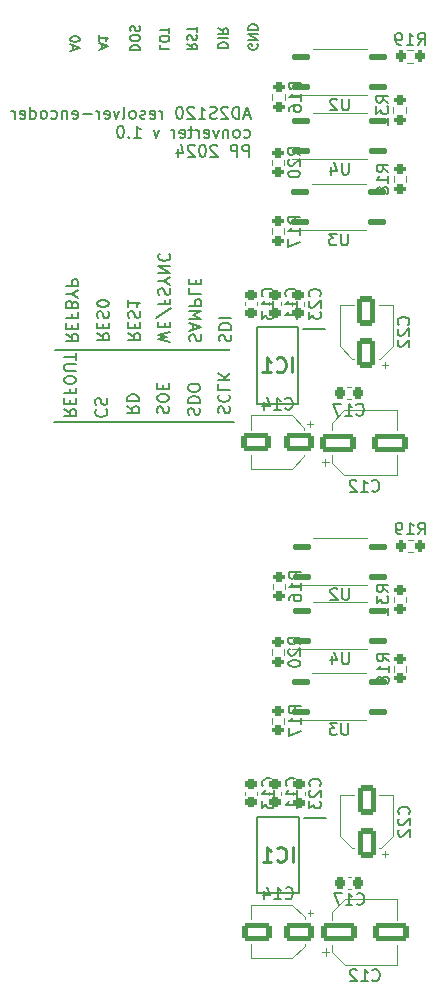
<source format=gbo>
%TF.GenerationSoftware,KiCad,Pcbnew,7.0.7*%
%TF.CreationDate,2024-09-01T12:40:49+02:00*%
%TF.ProjectId,main,6d61696e-2e6b-4696-9361-645f70636258,rev?*%
%TF.SameCoordinates,Original*%
%TF.FileFunction,Legend,Bot*%
%TF.FilePolarity,Positive*%
%FSLAX46Y46*%
G04 Gerber Fmt 4.6, Leading zero omitted, Abs format (unit mm)*
G04 Created by KiCad (PCBNEW 7.0.7) date 2024-09-01 12:40:49*
%MOMM*%
%LPD*%
G01*
G04 APERTURE LIST*
G04 Aperture macros list*
%AMRoundRect*
0 Rectangle with rounded corners*
0 $1 Rounding radius*
0 $2 $3 $4 $5 $6 $7 $8 $9 X,Y pos of 4 corners*
0 Add a 4 corners polygon primitive as box body*
4,1,4,$2,$3,$4,$5,$6,$7,$8,$9,$2,$3,0*
0 Add four circle primitives for the rounded corners*
1,1,$1+$1,$2,$3*
1,1,$1+$1,$4,$5*
1,1,$1+$1,$6,$7*
1,1,$1+$1,$8,$9*
0 Add four rect primitives between the rounded corners*
20,1,$1+$1,$2,$3,$4,$5,0*
20,1,$1+$1,$4,$5,$6,$7,0*
20,1,$1+$1,$6,$7,$8,$9,0*
20,1,$1+$1,$8,$9,$2,$3,0*%
G04 Aperture macros list end*
%ADD10C,0.150000*%
%ADD11C,0.254000*%
%ADD12C,0.120000*%
%ADD13C,0.200000*%
%ADD14RoundRect,0.137500X-0.662500X-0.137500X0.662500X-0.137500X0.662500X0.137500X-0.662500X0.137500X0*%
%ADD15RoundRect,0.200000X0.275000X-0.200000X0.275000X0.200000X-0.275000X0.200000X-0.275000X-0.200000X0*%
%ADD16RoundRect,0.250000X-1.250000X-0.550000X1.250000X-0.550000X1.250000X0.550000X-1.250000X0.550000X0*%
%ADD17RoundRect,0.225000X-0.225000X-0.250000X0.225000X-0.250000X0.225000X0.250000X-0.225000X0.250000X0*%
%ADD18RoundRect,0.200000X0.200000X0.275000X-0.200000X0.275000X-0.200000X-0.275000X0.200000X-0.275000X0*%
%ADD19RoundRect,0.225000X0.250000X-0.225000X0.250000X0.225000X-0.250000X0.225000X-0.250000X-0.225000X0*%
%ADD20RoundRect,0.250000X0.550000X-1.050000X0.550000X1.050000X-0.550000X1.050000X-0.550000X-1.050000X0*%
%ADD21R,1.700000X1.700000*%
%ADD22O,1.700000X1.700000*%
%ADD23RoundRect,0.200000X-0.275000X0.200000X-0.275000X-0.200000X0.275000X-0.200000X0.275000X0.200000X0*%
%ADD24R,1.400000X1.400000*%
%ADD25C,1.400000*%
%ADD26C,4.650000*%
%ADD27R,1.500000X1.500000*%
%ADD28C,1.500000*%
%ADD29C,4.567000*%
%ADD30R,1.850000X0.900000*%
%ADD31R,1.850000X3.200000*%
%ADD32RoundRect,0.250000X1.050000X0.550000X-1.050000X0.550000X-1.050000X-0.550000X1.050000X-0.550000X0*%
G04 APERTURE END LIST*
D10*
X108175000Y-93750000D02*
X123425000Y-93750000D01*
X108075000Y-99775000D02*
X123325000Y-99775000D01*
X117030704Y-67854887D02*
X117030704Y-68235839D01*
X117030704Y-68235839D02*
X117830704Y-68235839D01*
X117830704Y-67435839D02*
X117830704Y-67283458D01*
X117830704Y-67283458D02*
X117792609Y-67207268D01*
X117792609Y-67207268D02*
X117716419Y-67131077D01*
X117716419Y-67131077D02*
X117564038Y-67092982D01*
X117564038Y-67092982D02*
X117297371Y-67092982D01*
X117297371Y-67092982D02*
X117144990Y-67131077D01*
X117144990Y-67131077D02*
X117068800Y-67207268D01*
X117068800Y-67207268D02*
X117030704Y-67283458D01*
X117030704Y-67283458D02*
X117030704Y-67435839D01*
X117030704Y-67435839D02*
X117068800Y-67512030D01*
X117068800Y-67512030D02*
X117144990Y-67588220D01*
X117144990Y-67588220D02*
X117297371Y-67626316D01*
X117297371Y-67626316D02*
X117564038Y-67626316D01*
X117564038Y-67626316D02*
X117716419Y-67588220D01*
X117716419Y-67588220D02*
X117792609Y-67512030D01*
X117792609Y-67512030D02*
X117830704Y-67435839D01*
X117830704Y-66864411D02*
X117830704Y-66407268D01*
X117030704Y-66635840D02*
X117830704Y-66635840D01*
X121980704Y-68110839D02*
X122780704Y-68110839D01*
X122780704Y-68110839D02*
X122780704Y-67920363D01*
X122780704Y-67920363D02*
X122742609Y-67806077D01*
X122742609Y-67806077D02*
X122666419Y-67729887D01*
X122666419Y-67729887D02*
X122590228Y-67691792D01*
X122590228Y-67691792D02*
X122437847Y-67653696D01*
X122437847Y-67653696D02*
X122323561Y-67653696D01*
X122323561Y-67653696D02*
X122171180Y-67691792D01*
X122171180Y-67691792D02*
X122094990Y-67729887D01*
X122094990Y-67729887D02*
X122018800Y-67806077D01*
X122018800Y-67806077D02*
X121980704Y-67920363D01*
X121980704Y-67920363D02*
X121980704Y-68110839D01*
X121980704Y-67310839D02*
X122780704Y-67310839D01*
X121980704Y-66472744D02*
X122361657Y-66739411D01*
X121980704Y-66929887D02*
X122780704Y-66929887D01*
X122780704Y-66929887D02*
X122780704Y-66625125D01*
X122780704Y-66625125D02*
X122742609Y-66548935D01*
X122742609Y-66548935D02*
X122704514Y-66510840D01*
X122704514Y-66510840D02*
X122628323Y-66472744D01*
X122628323Y-66472744D02*
X122514038Y-66472744D01*
X122514038Y-66472744D02*
X122437847Y-66510840D01*
X122437847Y-66510840D02*
X122399752Y-66548935D01*
X122399752Y-66548935D02*
X122361657Y-66625125D01*
X122361657Y-66625125D02*
X122361657Y-66929887D01*
X114530704Y-68335839D02*
X115330704Y-68335839D01*
X115330704Y-68335839D02*
X115330704Y-68145363D01*
X115330704Y-68145363D02*
X115292609Y-68031077D01*
X115292609Y-68031077D02*
X115216419Y-67954887D01*
X115216419Y-67954887D02*
X115140228Y-67916792D01*
X115140228Y-67916792D02*
X114987847Y-67878696D01*
X114987847Y-67878696D02*
X114873561Y-67878696D01*
X114873561Y-67878696D02*
X114721180Y-67916792D01*
X114721180Y-67916792D02*
X114644990Y-67954887D01*
X114644990Y-67954887D02*
X114568800Y-68031077D01*
X114568800Y-68031077D02*
X114530704Y-68145363D01*
X114530704Y-68145363D02*
X114530704Y-68335839D01*
X115330704Y-67383458D02*
X115330704Y-67231077D01*
X115330704Y-67231077D02*
X115292609Y-67154887D01*
X115292609Y-67154887D02*
X115216419Y-67078696D01*
X115216419Y-67078696D02*
X115064038Y-67040601D01*
X115064038Y-67040601D02*
X114797371Y-67040601D01*
X114797371Y-67040601D02*
X114644990Y-67078696D01*
X114644990Y-67078696D02*
X114568800Y-67154887D01*
X114568800Y-67154887D02*
X114530704Y-67231077D01*
X114530704Y-67231077D02*
X114530704Y-67383458D01*
X114530704Y-67383458D02*
X114568800Y-67459649D01*
X114568800Y-67459649D02*
X114644990Y-67535839D01*
X114644990Y-67535839D02*
X114797371Y-67573935D01*
X114797371Y-67573935D02*
X115064038Y-67573935D01*
X115064038Y-67573935D02*
X115216419Y-67535839D01*
X115216419Y-67535839D02*
X115292609Y-67459649D01*
X115292609Y-67459649D02*
X115330704Y-67383458D01*
X114568800Y-66735840D02*
X114530704Y-66621554D01*
X114530704Y-66621554D02*
X114530704Y-66431078D01*
X114530704Y-66431078D02*
X114568800Y-66354887D01*
X114568800Y-66354887D02*
X114606895Y-66316792D01*
X114606895Y-66316792D02*
X114683085Y-66278697D01*
X114683085Y-66278697D02*
X114759276Y-66278697D01*
X114759276Y-66278697D02*
X114835466Y-66316792D01*
X114835466Y-66316792D02*
X114873561Y-66354887D01*
X114873561Y-66354887D02*
X114911657Y-66431078D01*
X114911657Y-66431078D02*
X114949752Y-66583459D01*
X114949752Y-66583459D02*
X114987847Y-66659649D01*
X114987847Y-66659649D02*
X115025942Y-66697744D01*
X115025942Y-66697744D02*
X115102133Y-66735840D01*
X115102133Y-66735840D02*
X115178323Y-66735840D01*
X115178323Y-66735840D02*
X115254514Y-66697744D01*
X115254514Y-66697744D02*
X115292609Y-66659649D01*
X115292609Y-66659649D02*
X115330704Y-66583459D01*
X115330704Y-66583459D02*
X115330704Y-66392982D01*
X115330704Y-66392982D02*
X115292609Y-66278697D01*
X116827800Y-99060839D02*
X116780180Y-98917982D01*
X116780180Y-98917982D02*
X116780180Y-98679887D01*
X116780180Y-98679887D02*
X116827800Y-98584649D01*
X116827800Y-98584649D02*
X116875419Y-98537030D01*
X116875419Y-98537030D02*
X116970657Y-98489411D01*
X116970657Y-98489411D02*
X117065895Y-98489411D01*
X117065895Y-98489411D02*
X117161133Y-98537030D01*
X117161133Y-98537030D02*
X117208752Y-98584649D01*
X117208752Y-98584649D02*
X117256371Y-98679887D01*
X117256371Y-98679887D02*
X117303990Y-98870363D01*
X117303990Y-98870363D02*
X117351609Y-98965601D01*
X117351609Y-98965601D02*
X117399228Y-99013220D01*
X117399228Y-99013220D02*
X117494466Y-99060839D01*
X117494466Y-99060839D02*
X117589704Y-99060839D01*
X117589704Y-99060839D02*
X117684942Y-99013220D01*
X117684942Y-99013220D02*
X117732561Y-98965601D01*
X117732561Y-98965601D02*
X117780180Y-98870363D01*
X117780180Y-98870363D02*
X117780180Y-98632268D01*
X117780180Y-98632268D02*
X117732561Y-98489411D01*
X117780180Y-97870363D02*
X117780180Y-97679887D01*
X117780180Y-97679887D02*
X117732561Y-97584649D01*
X117732561Y-97584649D02*
X117637323Y-97489411D01*
X117637323Y-97489411D02*
X117446847Y-97441792D01*
X117446847Y-97441792D02*
X117113514Y-97441792D01*
X117113514Y-97441792D02*
X116923038Y-97489411D01*
X116923038Y-97489411D02*
X116827800Y-97584649D01*
X116827800Y-97584649D02*
X116780180Y-97679887D01*
X116780180Y-97679887D02*
X116780180Y-97870363D01*
X116780180Y-97870363D02*
X116827800Y-97965601D01*
X116827800Y-97965601D02*
X116923038Y-98060839D01*
X116923038Y-98060839D02*
X117113514Y-98108458D01*
X117113514Y-98108458D02*
X117446847Y-98108458D01*
X117446847Y-98108458D02*
X117637323Y-98060839D01*
X117637323Y-98060839D02*
X117732561Y-97965601D01*
X117732561Y-97965601D02*
X117780180Y-97870363D01*
X117303990Y-97013220D02*
X117303990Y-96679887D01*
X116780180Y-96537030D02*
X116780180Y-97013220D01*
X116780180Y-97013220D02*
X117780180Y-97013220D01*
X117780180Y-97013220D02*
X117780180Y-96537030D01*
X108930180Y-98716792D02*
X109406371Y-99050125D01*
X108930180Y-99288220D02*
X109930180Y-99288220D01*
X109930180Y-99288220D02*
X109930180Y-98907268D01*
X109930180Y-98907268D02*
X109882561Y-98812030D01*
X109882561Y-98812030D02*
X109834942Y-98764411D01*
X109834942Y-98764411D02*
X109739704Y-98716792D01*
X109739704Y-98716792D02*
X109596847Y-98716792D01*
X109596847Y-98716792D02*
X109501609Y-98764411D01*
X109501609Y-98764411D02*
X109453990Y-98812030D01*
X109453990Y-98812030D02*
X109406371Y-98907268D01*
X109406371Y-98907268D02*
X109406371Y-99288220D01*
X109453990Y-98288220D02*
X109453990Y-97954887D01*
X108930180Y-97812030D02*
X108930180Y-98288220D01*
X108930180Y-98288220D02*
X109930180Y-98288220D01*
X109930180Y-98288220D02*
X109930180Y-97812030D01*
X109453990Y-97050125D02*
X109453990Y-97383458D01*
X108930180Y-97383458D02*
X109930180Y-97383458D01*
X109930180Y-97383458D02*
X109930180Y-96907268D01*
X109930180Y-96335839D02*
X109930180Y-96145363D01*
X109930180Y-96145363D02*
X109882561Y-96050125D01*
X109882561Y-96050125D02*
X109787323Y-95954887D01*
X109787323Y-95954887D02*
X109596847Y-95907268D01*
X109596847Y-95907268D02*
X109263514Y-95907268D01*
X109263514Y-95907268D02*
X109073038Y-95954887D01*
X109073038Y-95954887D02*
X108977800Y-96050125D01*
X108977800Y-96050125D02*
X108930180Y-96145363D01*
X108930180Y-96145363D02*
X108930180Y-96335839D01*
X108930180Y-96335839D02*
X108977800Y-96431077D01*
X108977800Y-96431077D02*
X109073038Y-96526315D01*
X109073038Y-96526315D02*
X109263514Y-96573934D01*
X109263514Y-96573934D02*
X109596847Y-96573934D01*
X109596847Y-96573934D02*
X109787323Y-96526315D01*
X109787323Y-96526315D02*
X109882561Y-96431077D01*
X109882561Y-96431077D02*
X109930180Y-96335839D01*
X109930180Y-95478696D02*
X109120657Y-95478696D01*
X109120657Y-95478696D02*
X109025419Y-95431077D01*
X109025419Y-95431077D02*
X108977800Y-95383458D01*
X108977800Y-95383458D02*
X108930180Y-95288220D01*
X108930180Y-95288220D02*
X108930180Y-95097744D01*
X108930180Y-95097744D02*
X108977800Y-95002506D01*
X108977800Y-95002506D02*
X109025419Y-94954887D01*
X109025419Y-94954887D02*
X109120657Y-94907268D01*
X109120657Y-94907268D02*
X109930180Y-94907268D01*
X109930180Y-94573934D02*
X109930180Y-94002506D01*
X108930180Y-94288220D02*
X109930180Y-94288220D01*
X109684276Y-68298935D02*
X109684276Y-67917982D01*
X109455704Y-68375125D02*
X110255704Y-68108458D01*
X110255704Y-68108458D02*
X109455704Y-67841792D01*
X110255704Y-67422744D02*
X110255704Y-67346554D01*
X110255704Y-67346554D02*
X110217609Y-67270363D01*
X110217609Y-67270363D02*
X110179514Y-67232268D01*
X110179514Y-67232268D02*
X110103323Y-67194173D01*
X110103323Y-67194173D02*
X109950942Y-67156078D01*
X109950942Y-67156078D02*
X109760466Y-67156078D01*
X109760466Y-67156078D02*
X109608085Y-67194173D01*
X109608085Y-67194173D02*
X109531895Y-67232268D01*
X109531895Y-67232268D02*
X109493800Y-67270363D01*
X109493800Y-67270363D02*
X109455704Y-67346554D01*
X109455704Y-67346554D02*
X109455704Y-67422744D01*
X109455704Y-67422744D02*
X109493800Y-67498935D01*
X109493800Y-67498935D02*
X109531895Y-67537030D01*
X109531895Y-67537030D02*
X109608085Y-67575125D01*
X109608085Y-67575125D02*
X109760466Y-67613221D01*
X109760466Y-67613221D02*
X109950942Y-67613221D01*
X109950942Y-67613221D02*
X110103323Y-67575125D01*
X110103323Y-67575125D02*
X110179514Y-67537030D01*
X110179514Y-67537030D02*
X110217609Y-67498935D01*
X110217609Y-67498935D02*
X110255704Y-67422744D01*
X119452800Y-99185839D02*
X119405180Y-99042982D01*
X119405180Y-99042982D02*
X119405180Y-98804887D01*
X119405180Y-98804887D02*
X119452800Y-98709649D01*
X119452800Y-98709649D02*
X119500419Y-98662030D01*
X119500419Y-98662030D02*
X119595657Y-98614411D01*
X119595657Y-98614411D02*
X119690895Y-98614411D01*
X119690895Y-98614411D02*
X119786133Y-98662030D01*
X119786133Y-98662030D02*
X119833752Y-98709649D01*
X119833752Y-98709649D02*
X119881371Y-98804887D01*
X119881371Y-98804887D02*
X119928990Y-98995363D01*
X119928990Y-98995363D02*
X119976609Y-99090601D01*
X119976609Y-99090601D02*
X120024228Y-99138220D01*
X120024228Y-99138220D02*
X120119466Y-99185839D01*
X120119466Y-99185839D02*
X120214704Y-99185839D01*
X120214704Y-99185839D02*
X120309942Y-99138220D01*
X120309942Y-99138220D02*
X120357561Y-99090601D01*
X120357561Y-99090601D02*
X120405180Y-98995363D01*
X120405180Y-98995363D02*
X120405180Y-98757268D01*
X120405180Y-98757268D02*
X120357561Y-98614411D01*
X119405180Y-98185839D02*
X120405180Y-98185839D01*
X120405180Y-98185839D02*
X120405180Y-97947744D01*
X120405180Y-97947744D02*
X120357561Y-97804887D01*
X120357561Y-97804887D02*
X120262323Y-97709649D01*
X120262323Y-97709649D02*
X120167085Y-97662030D01*
X120167085Y-97662030D02*
X119976609Y-97614411D01*
X119976609Y-97614411D02*
X119833752Y-97614411D01*
X119833752Y-97614411D02*
X119643276Y-97662030D01*
X119643276Y-97662030D02*
X119548038Y-97709649D01*
X119548038Y-97709649D02*
X119452800Y-97804887D01*
X119452800Y-97804887D02*
X119405180Y-97947744D01*
X119405180Y-97947744D02*
X119405180Y-98185839D01*
X120405180Y-96995363D02*
X120405180Y-96804887D01*
X120405180Y-96804887D02*
X120357561Y-96709649D01*
X120357561Y-96709649D02*
X120262323Y-96614411D01*
X120262323Y-96614411D02*
X120071847Y-96566792D01*
X120071847Y-96566792D02*
X119738514Y-96566792D01*
X119738514Y-96566792D02*
X119548038Y-96614411D01*
X119548038Y-96614411D02*
X119452800Y-96709649D01*
X119452800Y-96709649D02*
X119405180Y-96804887D01*
X119405180Y-96804887D02*
X119405180Y-96995363D01*
X119405180Y-96995363D02*
X119452800Y-97090601D01*
X119452800Y-97090601D02*
X119548038Y-97185839D01*
X119548038Y-97185839D02*
X119738514Y-97233458D01*
X119738514Y-97233458D02*
X120071847Y-97233458D01*
X120071847Y-97233458D02*
X120262323Y-97185839D01*
X120262323Y-97185839D02*
X120357561Y-97090601D01*
X120357561Y-97090601D02*
X120405180Y-96995363D01*
X125267609Y-67816792D02*
X125305704Y-67892982D01*
X125305704Y-67892982D02*
X125305704Y-68007268D01*
X125305704Y-68007268D02*
X125267609Y-68121554D01*
X125267609Y-68121554D02*
X125191419Y-68197744D01*
X125191419Y-68197744D02*
X125115228Y-68235839D01*
X125115228Y-68235839D02*
X124962847Y-68273935D01*
X124962847Y-68273935D02*
X124848561Y-68273935D01*
X124848561Y-68273935D02*
X124696180Y-68235839D01*
X124696180Y-68235839D02*
X124619990Y-68197744D01*
X124619990Y-68197744D02*
X124543800Y-68121554D01*
X124543800Y-68121554D02*
X124505704Y-68007268D01*
X124505704Y-68007268D02*
X124505704Y-67931077D01*
X124505704Y-67931077D02*
X124543800Y-67816792D01*
X124543800Y-67816792D02*
X124581895Y-67778696D01*
X124581895Y-67778696D02*
X124848561Y-67778696D01*
X124848561Y-67778696D02*
X124848561Y-67931077D01*
X124505704Y-67435839D02*
X125305704Y-67435839D01*
X125305704Y-67435839D02*
X124505704Y-66978696D01*
X124505704Y-66978696D02*
X125305704Y-66978696D01*
X124505704Y-66597744D02*
X125305704Y-66597744D01*
X125305704Y-66597744D02*
X125305704Y-66407268D01*
X125305704Y-66407268D02*
X125267609Y-66292982D01*
X125267609Y-66292982D02*
X125191419Y-66216792D01*
X125191419Y-66216792D02*
X125115228Y-66178697D01*
X125115228Y-66178697D02*
X124962847Y-66140601D01*
X124962847Y-66140601D02*
X124848561Y-66140601D01*
X124848561Y-66140601D02*
X124696180Y-66178697D01*
X124696180Y-66178697D02*
X124619990Y-66216792D01*
X124619990Y-66216792D02*
X124543800Y-66292982D01*
X124543800Y-66292982D02*
X124505704Y-66407268D01*
X124505704Y-66407268D02*
X124505704Y-66597744D01*
X117905180Y-93033458D02*
X116905180Y-92795363D01*
X116905180Y-92795363D02*
X117619466Y-92604887D01*
X117619466Y-92604887D02*
X116905180Y-92414411D01*
X116905180Y-92414411D02*
X117905180Y-92176316D01*
X117428990Y-91795363D02*
X117428990Y-91462030D01*
X116905180Y-91319173D02*
X116905180Y-91795363D01*
X116905180Y-91795363D02*
X117905180Y-91795363D01*
X117905180Y-91795363D02*
X117905180Y-91319173D01*
X117952800Y-90176316D02*
X116667085Y-91033458D01*
X117428990Y-89509649D02*
X117428990Y-89842982D01*
X116905180Y-89842982D02*
X117905180Y-89842982D01*
X117905180Y-89842982D02*
X117905180Y-89366792D01*
X116952800Y-89033458D02*
X116905180Y-88890601D01*
X116905180Y-88890601D02*
X116905180Y-88652506D01*
X116905180Y-88652506D02*
X116952800Y-88557268D01*
X116952800Y-88557268D02*
X117000419Y-88509649D01*
X117000419Y-88509649D02*
X117095657Y-88462030D01*
X117095657Y-88462030D02*
X117190895Y-88462030D01*
X117190895Y-88462030D02*
X117286133Y-88509649D01*
X117286133Y-88509649D02*
X117333752Y-88557268D01*
X117333752Y-88557268D02*
X117381371Y-88652506D01*
X117381371Y-88652506D02*
X117428990Y-88842982D01*
X117428990Y-88842982D02*
X117476609Y-88938220D01*
X117476609Y-88938220D02*
X117524228Y-88985839D01*
X117524228Y-88985839D02*
X117619466Y-89033458D01*
X117619466Y-89033458D02*
X117714704Y-89033458D01*
X117714704Y-89033458D02*
X117809942Y-88985839D01*
X117809942Y-88985839D02*
X117857561Y-88938220D01*
X117857561Y-88938220D02*
X117905180Y-88842982D01*
X117905180Y-88842982D02*
X117905180Y-88604887D01*
X117905180Y-88604887D02*
X117857561Y-88462030D01*
X117381371Y-87842982D02*
X116905180Y-87842982D01*
X117905180Y-88176315D02*
X117381371Y-87842982D01*
X117381371Y-87842982D02*
X117905180Y-87509649D01*
X116905180Y-87176315D02*
X117905180Y-87176315D01*
X117905180Y-87176315D02*
X116905180Y-86604887D01*
X116905180Y-86604887D02*
X117905180Y-86604887D01*
X117000419Y-85557268D02*
X116952800Y-85604887D01*
X116952800Y-85604887D02*
X116905180Y-85747744D01*
X116905180Y-85747744D02*
X116905180Y-85842982D01*
X116905180Y-85842982D02*
X116952800Y-85985839D01*
X116952800Y-85985839D02*
X117048038Y-86081077D01*
X117048038Y-86081077D02*
X117143276Y-86128696D01*
X117143276Y-86128696D02*
X117333752Y-86176315D01*
X117333752Y-86176315D02*
X117476609Y-86176315D01*
X117476609Y-86176315D02*
X117667085Y-86128696D01*
X117667085Y-86128696D02*
X117762323Y-86081077D01*
X117762323Y-86081077D02*
X117857561Y-85985839D01*
X117857561Y-85985839D02*
X117905180Y-85842982D01*
X117905180Y-85842982D02*
X117905180Y-85747744D01*
X117905180Y-85747744D02*
X117857561Y-85604887D01*
X117857561Y-85604887D02*
X117809942Y-85557268D01*
X109080180Y-92341792D02*
X109556371Y-92675125D01*
X109080180Y-92913220D02*
X110080180Y-92913220D01*
X110080180Y-92913220D02*
X110080180Y-92532268D01*
X110080180Y-92532268D02*
X110032561Y-92437030D01*
X110032561Y-92437030D02*
X109984942Y-92389411D01*
X109984942Y-92389411D02*
X109889704Y-92341792D01*
X109889704Y-92341792D02*
X109746847Y-92341792D01*
X109746847Y-92341792D02*
X109651609Y-92389411D01*
X109651609Y-92389411D02*
X109603990Y-92437030D01*
X109603990Y-92437030D02*
X109556371Y-92532268D01*
X109556371Y-92532268D02*
X109556371Y-92913220D01*
X109603990Y-91913220D02*
X109603990Y-91579887D01*
X109080180Y-91437030D02*
X109080180Y-91913220D01*
X109080180Y-91913220D02*
X110080180Y-91913220D01*
X110080180Y-91913220D02*
X110080180Y-91437030D01*
X109603990Y-90675125D02*
X109603990Y-91008458D01*
X109080180Y-91008458D02*
X110080180Y-91008458D01*
X110080180Y-91008458D02*
X110080180Y-90532268D01*
X109603990Y-89817982D02*
X109556371Y-89675125D01*
X109556371Y-89675125D02*
X109508752Y-89627506D01*
X109508752Y-89627506D02*
X109413514Y-89579887D01*
X109413514Y-89579887D02*
X109270657Y-89579887D01*
X109270657Y-89579887D02*
X109175419Y-89627506D01*
X109175419Y-89627506D02*
X109127800Y-89675125D01*
X109127800Y-89675125D02*
X109080180Y-89770363D01*
X109080180Y-89770363D02*
X109080180Y-90151315D01*
X109080180Y-90151315D02*
X110080180Y-90151315D01*
X110080180Y-90151315D02*
X110080180Y-89817982D01*
X110080180Y-89817982D02*
X110032561Y-89722744D01*
X110032561Y-89722744D02*
X109984942Y-89675125D01*
X109984942Y-89675125D02*
X109889704Y-89627506D01*
X109889704Y-89627506D02*
X109794466Y-89627506D01*
X109794466Y-89627506D02*
X109699228Y-89675125D01*
X109699228Y-89675125D02*
X109651609Y-89722744D01*
X109651609Y-89722744D02*
X109603990Y-89817982D01*
X109603990Y-89817982D02*
X109603990Y-90151315D01*
X109556371Y-88960839D02*
X109080180Y-88960839D01*
X110080180Y-89294172D02*
X109556371Y-88960839D01*
X109556371Y-88960839D02*
X110080180Y-88627506D01*
X109080180Y-88294172D02*
X110080180Y-88294172D01*
X110080180Y-88294172D02*
X110080180Y-87913220D01*
X110080180Y-87913220D02*
X110032561Y-87817982D01*
X110032561Y-87817982D02*
X109984942Y-87770363D01*
X109984942Y-87770363D02*
X109889704Y-87722744D01*
X109889704Y-87722744D02*
X109746847Y-87722744D01*
X109746847Y-87722744D02*
X109651609Y-87770363D01*
X109651609Y-87770363D02*
X109603990Y-87817982D01*
X109603990Y-87817982D02*
X109556371Y-87913220D01*
X109556371Y-87913220D02*
X109556371Y-88294172D01*
X124635839Y-73839104D02*
X124159649Y-73839104D01*
X124731077Y-74124819D02*
X124397744Y-73124819D01*
X124397744Y-73124819D02*
X124064411Y-74124819D01*
X123731077Y-74124819D02*
X123731077Y-73124819D01*
X123731077Y-73124819D02*
X123492982Y-73124819D01*
X123492982Y-73124819D02*
X123350125Y-73172438D01*
X123350125Y-73172438D02*
X123254887Y-73267676D01*
X123254887Y-73267676D02*
X123207268Y-73362914D01*
X123207268Y-73362914D02*
X123159649Y-73553390D01*
X123159649Y-73553390D02*
X123159649Y-73696247D01*
X123159649Y-73696247D02*
X123207268Y-73886723D01*
X123207268Y-73886723D02*
X123254887Y-73981961D01*
X123254887Y-73981961D02*
X123350125Y-74077200D01*
X123350125Y-74077200D02*
X123492982Y-74124819D01*
X123492982Y-74124819D02*
X123731077Y-74124819D01*
X122778696Y-73220057D02*
X122731077Y-73172438D01*
X122731077Y-73172438D02*
X122635839Y-73124819D01*
X122635839Y-73124819D02*
X122397744Y-73124819D01*
X122397744Y-73124819D02*
X122302506Y-73172438D01*
X122302506Y-73172438D02*
X122254887Y-73220057D01*
X122254887Y-73220057D02*
X122207268Y-73315295D01*
X122207268Y-73315295D02*
X122207268Y-73410533D01*
X122207268Y-73410533D02*
X122254887Y-73553390D01*
X122254887Y-73553390D02*
X122826315Y-74124819D01*
X122826315Y-74124819D02*
X122207268Y-74124819D01*
X121826315Y-74077200D02*
X121683458Y-74124819D01*
X121683458Y-74124819D02*
X121445363Y-74124819D01*
X121445363Y-74124819D02*
X121350125Y-74077200D01*
X121350125Y-74077200D02*
X121302506Y-74029580D01*
X121302506Y-74029580D02*
X121254887Y-73934342D01*
X121254887Y-73934342D02*
X121254887Y-73839104D01*
X121254887Y-73839104D02*
X121302506Y-73743866D01*
X121302506Y-73743866D02*
X121350125Y-73696247D01*
X121350125Y-73696247D02*
X121445363Y-73648628D01*
X121445363Y-73648628D02*
X121635839Y-73601009D01*
X121635839Y-73601009D02*
X121731077Y-73553390D01*
X121731077Y-73553390D02*
X121778696Y-73505771D01*
X121778696Y-73505771D02*
X121826315Y-73410533D01*
X121826315Y-73410533D02*
X121826315Y-73315295D01*
X121826315Y-73315295D02*
X121778696Y-73220057D01*
X121778696Y-73220057D02*
X121731077Y-73172438D01*
X121731077Y-73172438D02*
X121635839Y-73124819D01*
X121635839Y-73124819D02*
X121397744Y-73124819D01*
X121397744Y-73124819D02*
X121254887Y-73172438D01*
X120302506Y-74124819D02*
X120873934Y-74124819D01*
X120588220Y-74124819D02*
X120588220Y-73124819D01*
X120588220Y-73124819D02*
X120683458Y-73267676D01*
X120683458Y-73267676D02*
X120778696Y-73362914D01*
X120778696Y-73362914D02*
X120873934Y-73410533D01*
X119921553Y-73220057D02*
X119873934Y-73172438D01*
X119873934Y-73172438D02*
X119778696Y-73124819D01*
X119778696Y-73124819D02*
X119540601Y-73124819D01*
X119540601Y-73124819D02*
X119445363Y-73172438D01*
X119445363Y-73172438D02*
X119397744Y-73220057D01*
X119397744Y-73220057D02*
X119350125Y-73315295D01*
X119350125Y-73315295D02*
X119350125Y-73410533D01*
X119350125Y-73410533D02*
X119397744Y-73553390D01*
X119397744Y-73553390D02*
X119969172Y-74124819D01*
X119969172Y-74124819D02*
X119350125Y-74124819D01*
X118731077Y-73124819D02*
X118635839Y-73124819D01*
X118635839Y-73124819D02*
X118540601Y-73172438D01*
X118540601Y-73172438D02*
X118492982Y-73220057D01*
X118492982Y-73220057D02*
X118445363Y-73315295D01*
X118445363Y-73315295D02*
X118397744Y-73505771D01*
X118397744Y-73505771D02*
X118397744Y-73743866D01*
X118397744Y-73743866D02*
X118445363Y-73934342D01*
X118445363Y-73934342D02*
X118492982Y-74029580D01*
X118492982Y-74029580D02*
X118540601Y-74077200D01*
X118540601Y-74077200D02*
X118635839Y-74124819D01*
X118635839Y-74124819D02*
X118731077Y-74124819D01*
X118731077Y-74124819D02*
X118826315Y-74077200D01*
X118826315Y-74077200D02*
X118873934Y-74029580D01*
X118873934Y-74029580D02*
X118921553Y-73934342D01*
X118921553Y-73934342D02*
X118969172Y-73743866D01*
X118969172Y-73743866D02*
X118969172Y-73505771D01*
X118969172Y-73505771D02*
X118921553Y-73315295D01*
X118921553Y-73315295D02*
X118873934Y-73220057D01*
X118873934Y-73220057D02*
X118826315Y-73172438D01*
X118826315Y-73172438D02*
X118731077Y-73124819D01*
X117207267Y-74124819D02*
X117207267Y-73458152D01*
X117207267Y-73648628D02*
X117159648Y-73553390D01*
X117159648Y-73553390D02*
X117112029Y-73505771D01*
X117112029Y-73505771D02*
X117016791Y-73458152D01*
X117016791Y-73458152D02*
X116921553Y-73458152D01*
X116207267Y-74077200D02*
X116302505Y-74124819D01*
X116302505Y-74124819D02*
X116492981Y-74124819D01*
X116492981Y-74124819D02*
X116588219Y-74077200D01*
X116588219Y-74077200D02*
X116635838Y-73981961D01*
X116635838Y-73981961D02*
X116635838Y-73601009D01*
X116635838Y-73601009D02*
X116588219Y-73505771D01*
X116588219Y-73505771D02*
X116492981Y-73458152D01*
X116492981Y-73458152D02*
X116302505Y-73458152D01*
X116302505Y-73458152D02*
X116207267Y-73505771D01*
X116207267Y-73505771D02*
X116159648Y-73601009D01*
X116159648Y-73601009D02*
X116159648Y-73696247D01*
X116159648Y-73696247D02*
X116635838Y-73791485D01*
X115778695Y-74077200D02*
X115683457Y-74124819D01*
X115683457Y-74124819D02*
X115492981Y-74124819D01*
X115492981Y-74124819D02*
X115397743Y-74077200D01*
X115397743Y-74077200D02*
X115350124Y-73981961D01*
X115350124Y-73981961D02*
X115350124Y-73934342D01*
X115350124Y-73934342D02*
X115397743Y-73839104D01*
X115397743Y-73839104D02*
X115492981Y-73791485D01*
X115492981Y-73791485D02*
X115635838Y-73791485D01*
X115635838Y-73791485D02*
X115731076Y-73743866D01*
X115731076Y-73743866D02*
X115778695Y-73648628D01*
X115778695Y-73648628D02*
X115778695Y-73601009D01*
X115778695Y-73601009D02*
X115731076Y-73505771D01*
X115731076Y-73505771D02*
X115635838Y-73458152D01*
X115635838Y-73458152D02*
X115492981Y-73458152D01*
X115492981Y-73458152D02*
X115397743Y-73505771D01*
X114778695Y-74124819D02*
X114873933Y-74077200D01*
X114873933Y-74077200D02*
X114921552Y-74029580D01*
X114921552Y-74029580D02*
X114969171Y-73934342D01*
X114969171Y-73934342D02*
X114969171Y-73648628D01*
X114969171Y-73648628D02*
X114921552Y-73553390D01*
X114921552Y-73553390D02*
X114873933Y-73505771D01*
X114873933Y-73505771D02*
X114778695Y-73458152D01*
X114778695Y-73458152D02*
X114635838Y-73458152D01*
X114635838Y-73458152D02*
X114540600Y-73505771D01*
X114540600Y-73505771D02*
X114492981Y-73553390D01*
X114492981Y-73553390D02*
X114445362Y-73648628D01*
X114445362Y-73648628D02*
X114445362Y-73934342D01*
X114445362Y-73934342D02*
X114492981Y-74029580D01*
X114492981Y-74029580D02*
X114540600Y-74077200D01*
X114540600Y-74077200D02*
X114635838Y-74124819D01*
X114635838Y-74124819D02*
X114778695Y-74124819D01*
X113873933Y-74124819D02*
X113969171Y-74077200D01*
X113969171Y-74077200D02*
X114016790Y-73981961D01*
X114016790Y-73981961D02*
X114016790Y-73124819D01*
X113588218Y-73458152D02*
X113350123Y-74124819D01*
X113350123Y-74124819D02*
X113112028Y-73458152D01*
X112350123Y-74077200D02*
X112445361Y-74124819D01*
X112445361Y-74124819D02*
X112635837Y-74124819D01*
X112635837Y-74124819D02*
X112731075Y-74077200D01*
X112731075Y-74077200D02*
X112778694Y-73981961D01*
X112778694Y-73981961D02*
X112778694Y-73601009D01*
X112778694Y-73601009D02*
X112731075Y-73505771D01*
X112731075Y-73505771D02*
X112635837Y-73458152D01*
X112635837Y-73458152D02*
X112445361Y-73458152D01*
X112445361Y-73458152D02*
X112350123Y-73505771D01*
X112350123Y-73505771D02*
X112302504Y-73601009D01*
X112302504Y-73601009D02*
X112302504Y-73696247D01*
X112302504Y-73696247D02*
X112778694Y-73791485D01*
X111873932Y-74124819D02*
X111873932Y-73458152D01*
X111873932Y-73648628D02*
X111826313Y-73553390D01*
X111826313Y-73553390D02*
X111778694Y-73505771D01*
X111778694Y-73505771D02*
X111683456Y-73458152D01*
X111683456Y-73458152D02*
X111588218Y-73458152D01*
X111254884Y-73743866D02*
X110492980Y-73743866D01*
X109635837Y-74077200D02*
X109731075Y-74124819D01*
X109731075Y-74124819D02*
X109921551Y-74124819D01*
X109921551Y-74124819D02*
X110016789Y-74077200D01*
X110016789Y-74077200D02*
X110064408Y-73981961D01*
X110064408Y-73981961D02*
X110064408Y-73601009D01*
X110064408Y-73601009D02*
X110016789Y-73505771D01*
X110016789Y-73505771D02*
X109921551Y-73458152D01*
X109921551Y-73458152D02*
X109731075Y-73458152D01*
X109731075Y-73458152D02*
X109635837Y-73505771D01*
X109635837Y-73505771D02*
X109588218Y-73601009D01*
X109588218Y-73601009D02*
X109588218Y-73696247D01*
X109588218Y-73696247D02*
X110064408Y-73791485D01*
X109159646Y-73458152D02*
X109159646Y-74124819D01*
X109159646Y-73553390D02*
X109112027Y-73505771D01*
X109112027Y-73505771D02*
X109016789Y-73458152D01*
X109016789Y-73458152D02*
X108873932Y-73458152D01*
X108873932Y-73458152D02*
X108778694Y-73505771D01*
X108778694Y-73505771D02*
X108731075Y-73601009D01*
X108731075Y-73601009D02*
X108731075Y-74124819D01*
X107826313Y-74077200D02*
X107921551Y-74124819D01*
X107921551Y-74124819D02*
X108112027Y-74124819D01*
X108112027Y-74124819D02*
X108207265Y-74077200D01*
X108207265Y-74077200D02*
X108254884Y-74029580D01*
X108254884Y-74029580D02*
X108302503Y-73934342D01*
X108302503Y-73934342D02*
X108302503Y-73648628D01*
X108302503Y-73648628D02*
X108254884Y-73553390D01*
X108254884Y-73553390D02*
X108207265Y-73505771D01*
X108207265Y-73505771D02*
X108112027Y-73458152D01*
X108112027Y-73458152D02*
X107921551Y-73458152D01*
X107921551Y-73458152D02*
X107826313Y-73505771D01*
X107254884Y-74124819D02*
X107350122Y-74077200D01*
X107350122Y-74077200D02*
X107397741Y-74029580D01*
X107397741Y-74029580D02*
X107445360Y-73934342D01*
X107445360Y-73934342D02*
X107445360Y-73648628D01*
X107445360Y-73648628D02*
X107397741Y-73553390D01*
X107397741Y-73553390D02*
X107350122Y-73505771D01*
X107350122Y-73505771D02*
X107254884Y-73458152D01*
X107254884Y-73458152D02*
X107112027Y-73458152D01*
X107112027Y-73458152D02*
X107016789Y-73505771D01*
X107016789Y-73505771D02*
X106969170Y-73553390D01*
X106969170Y-73553390D02*
X106921551Y-73648628D01*
X106921551Y-73648628D02*
X106921551Y-73934342D01*
X106921551Y-73934342D02*
X106969170Y-74029580D01*
X106969170Y-74029580D02*
X107016789Y-74077200D01*
X107016789Y-74077200D02*
X107112027Y-74124819D01*
X107112027Y-74124819D02*
X107254884Y-74124819D01*
X106064408Y-74124819D02*
X106064408Y-73124819D01*
X106064408Y-74077200D02*
X106159646Y-74124819D01*
X106159646Y-74124819D02*
X106350122Y-74124819D01*
X106350122Y-74124819D02*
X106445360Y-74077200D01*
X106445360Y-74077200D02*
X106492979Y-74029580D01*
X106492979Y-74029580D02*
X106540598Y-73934342D01*
X106540598Y-73934342D02*
X106540598Y-73648628D01*
X106540598Y-73648628D02*
X106492979Y-73553390D01*
X106492979Y-73553390D02*
X106445360Y-73505771D01*
X106445360Y-73505771D02*
X106350122Y-73458152D01*
X106350122Y-73458152D02*
X106159646Y-73458152D01*
X106159646Y-73458152D02*
X106064408Y-73505771D01*
X105207265Y-74077200D02*
X105302503Y-74124819D01*
X105302503Y-74124819D02*
X105492979Y-74124819D01*
X105492979Y-74124819D02*
X105588217Y-74077200D01*
X105588217Y-74077200D02*
X105635836Y-73981961D01*
X105635836Y-73981961D02*
X105635836Y-73601009D01*
X105635836Y-73601009D02*
X105588217Y-73505771D01*
X105588217Y-73505771D02*
X105492979Y-73458152D01*
X105492979Y-73458152D02*
X105302503Y-73458152D01*
X105302503Y-73458152D02*
X105207265Y-73505771D01*
X105207265Y-73505771D02*
X105159646Y-73601009D01*
X105159646Y-73601009D02*
X105159646Y-73696247D01*
X105159646Y-73696247D02*
X105635836Y-73791485D01*
X104731074Y-74124819D02*
X104731074Y-73458152D01*
X104731074Y-73648628D02*
X104683455Y-73553390D01*
X104683455Y-73553390D02*
X104635836Y-73505771D01*
X104635836Y-73505771D02*
X104540598Y-73458152D01*
X104540598Y-73458152D02*
X104445360Y-73458152D01*
X124159649Y-75687200D02*
X124254887Y-75734819D01*
X124254887Y-75734819D02*
X124445363Y-75734819D01*
X124445363Y-75734819D02*
X124540601Y-75687200D01*
X124540601Y-75687200D02*
X124588220Y-75639580D01*
X124588220Y-75639580D02*
X124635839Y-75544342D01*
X124635839Y-75544342D02*
X124635839Y-75258628D01*
X124635839Y-75258628D02*
X124588220Y-75163390D01*
X124588220Y-75163390D02*
X124540601Y-75115771D01*
X124540601Y-75115771D02*
X124445363Y-75068152D01*
X124445363Y-75068152D02*
X124254887Y-75068152D01*
X124254887Y-75068152D02*
X124159649Y-75115771D01*
X123588220Y-75734819D02*
X123683458Y-75687200D01*
X123683458Y-75687200D02*
X123731077Y-75639580D01*
X123731077Y-75639580D02*
X123778696Y-75544342D01*
X123778696Y-75544342D02*
X123778696Y-75258628D01*
X123778696Y-75258628D02*
X123731077Y-75163390D01*
X123731077Y-75163390D02*
X123683458Y-75115771D01*
X123683458Y-75115771D02*
X123588220Y-75068152D01*
X123588220Y-75068152D02*
X123445363Y-75068152D01*
X123445363Y-75068152D02*
X123350125Y-75115771D01*
X123350125Y-75115771D02*
X123302506Y-75163390D01*
X123302506Y-75163390D02*
X123254887Y-75258628D01*
X123254887Y-75258628D02*
X123254887Y-75544342D01*
X123254887Y-75544342D02*
X123302506Y-75639580D01*
X123302506Y-75639580D02*
X123350125Y-75687200D01*
X123350125Y-75687200D02*
X123445363Y-75734819D01*
X123445363Y-75734819D02*
X123588220Y-75734819D01*
X122826315Y-75068152D02*
X122826315Y-75734819D01*
X122826315Y-75163390D02*
X122778696Y-75115771D01*
X122778696Y-75115771D02*
X122683458Y-75068152D01*
X122683458Y-75068152D02*
X122540601Y-75068152D01*
X122540601Y-75068152D02*
X122445363Y-75115771D01*
X122445363Y-75115771D02*
X122397744Y-75211009D01*
X122397744Y-75211009D02*
X122397744Y-75734819D01*
X122016791Y-75068152D02*
X121778696Y-75734819D01*
X121778696Y-75734819D02*
X121540601Y-75068152D01*
X120778696Y-75687200D02*
X120873934Y-75734819D01*
X120873934Y-75734819D02*
X121064410Y-75734819D01*
X121064410Y-75734819D02*
X121159648Y-75687200D01*
X121159648Y-75687200D02*
X121207267Y-75591961D01*
X121207267Y-75591961D02*
X121207267Y-75211009D01*
X121207267Y-75211009D02*
X121159648Y-75115771D01*
X121159648Y-75115771D02*
X121064410Y-75068152D01*
X121064410Y-75068152D02*
X120873934Y-75068152D01*
X120873934Y-75068152D02*
X120778696Y-75115771D01*
X120778696Y-75115771D02*
X120731077Y-75211009D01*
X120731077Y-75211009D02*
X120731077Y-75306247D01*
X120731077Y-75306247D02*
X121207267Y-75401485D01*
X120302505Y-75734819D02*
X120302505Y-75068152D01*
X120302505Y-75258628D02*
X120254886Y-75163390D01*
X120254886Y-75163390D02*
X120207267Y-75115771D01*
X120207267Y-75115771D02*
X120112029Y-75068152D01*
X120112029Y-75068152D02*
X120016791Y-75068152D01*
X119826314Y-75068152D02*
X119445362Y-75068152D01*
X119683457Y-74734819D02*
X119683457Y-75591961D01*
X119683457Y-75591961D02*
X119635838Y-75687200D01*
X119635838Y-75687200D02*
X119540600Y-75734819D01*
X119540600Y-75734819D02*
X119445362Y-75734819D01*
X118731076Y-75687200D02*
X118826314Y-75734819D01*
X118826314Y-75734819D02*
X119016790Y-75734819D01*
X119016790Y-75734819D02*
X119112028Y-75687200D01*
X119112028Y-75687200D02*
X119159647Y-75591961D01*
X119159647Y-75591961D02*
X119159647Y-75211009D01*
X119159647Y-75211009D02*
X119112028Y-75115771D01*
X119112028Y-75115771D02*
X119016790Y-75068152D01*
X119016790Y-75068152D02*
X118826314Y-75068152D01*
X118826314Y-75068152D02*
X118731076Y-75115771D01*
X118731076Y-75115771D02*
X118683457Y-75211009D01*
X118683457Y-75211009D02*
X118683457Y-75306247D01*
X118683457Y-75306247D02*
X119159647Y-75401485D01*
X118254885Y-75734819D02*
X118254885Y-75068152D01*
X118254885Y-75258628D02*
X118207266Y-75163390D01*
X118207266Y-75163390D02*
X118159647Y-75115771D01*
X118159647Y-75115771D02*
X118064409Y-75068152D01*
X118064409Y-75068152D02*
X117969171Y-75068152D01*
X116969170Y-75068152D02*
X116731075Y-75734819D01*
X116731075Y-75734819D02*
X116492980Y-75068152D01*
X114826313Y-75734819D02*
X115397741Y-75734819D01*
X115112027Y-75734819D02*
X115112027Y-74734819D01*
X115112027Y-74734819D02*
X115207265Y-74877676D01*
X115207265Y-74877676D02*
X115302503Y-74972914D01*
X115302503Y-74972914D02*
X115397741Y-75020533D01*
X114397741Y-75639580D02*
X114350122Y-75687200D01*
X114350122Y-75687200D02*
X114397741Y-75734819D01*
X114397741Y-75734819D02*
X114445360Y-75687200D01*
X114445360Y-75687200D02*
X114397741Y-75639580D01*
X114397741Y-75639580D02*
X114397741Y-75734819D01*
X113731075Y-74734819D02*
X113635837Y-74734819D01*
X113635837Y-74734819D02*
X113540599Y-74782438D01*
X113540599Y-74782438D02*
X113492980Y-74830057D01*
X113492980Y-74830057D02*
X113445361Y-74925295D01*
X113445361Y-74925295D02*
X113397742Y-75115771D01*
X113397742Y-75115771D02*
X113397742Y-75353866D01*
X113397742Y-75353866D02*
X113445361Y-75544342D01*
X113445361Y-75544342D02*
X113492980Y-75639580D01*
X113492980Y-75639580D02*
X113540599Y-75687200D01*
X113540599Y-75687200D02*
X113635837Y-75734819D01*
X113635837Y-75734819D02*
X113731075Y-75734819D01*
X113731075Y-75734819D02*
X113826313Y-75687200D01*
X113826313Y-75687200D02*
X113873932Y-75639580D01*
X113873932Y-75639580D02*
X113921551Y-75544342D01*
X113921551Y-75544342D02*
X113969170Y-75353866D01*
X113969170Y-75353866D02*
X113969170Y-75115771D01*
X113969170Y-75115771D02*
X113921551Y-74925295D01*
X113921551Y-74925295D02*
X113873932Y-74830057D01*
X113873932Y-74830057D02*
X113826313Y-74782438D01*
X113826313Y-74782438D02*
X113731075Y-74734819D01*
X124588220Y-77344819D02*
X124588220Y-76344819D01*
X124588220Y-76344819D02*
X124207268Y-76344819D01*
X124207268Y-76344819D02*
X124112030Y-76392438D01*
X124112030Y-76392438D02*
X124064411Y-76440057D01*
X124064411Y-76440057D02*
X124016792Y-76535295D01*
X124016792Y-76535295D02*
X124016792Y-76678152D01*
X124016792Y-76678152D02*
X124064411Y-76773390D01*
X124064411Y-76773390D02*
X124112030Y-76821009D01*
X124112030Y-76821009D02*
X124207268Y-76868628D01*
X124207268Y-76868628D02*
X124588220Y-76868628D01*
X123588220Y-77344819D02*
X123588220Y-76344819D01*
X123588220Y-76344819D02*
X123207268Y-76344819D01*
X123207268Y-76344819D02*
X123112030Y-76392438D01*
X123112030Y-76392438D02*
X123064411Y-76440057D01*
X123064411Y-76440057D02*
X123016792Y-76535295D01*
X123016792Y-76535295D02*
X123016792Y-76678152D01*
X123016792Y-76678152D02*
X123064411Y-76773390D01*
X123064411Y-76773390D02*
X123112030Y-76821009D01*
X123112030Y-76821009D02*
X123207268Y-76868628D01*
X123207268Y-76868628D02*
X123588220Y-76868628D01*
X121873934Y-76440057D02*
X121826315Y-76392438D01*
X121826315Y-76392438D02*
X121731077Y-76344819D01*
X121731077Y-76344819D02*
X121492982Y-76344819D01*
X121492982Y-76344819D02*
X121397744Y-76392438D01*
X121397744Y-76392438D02*
X121350125Y-76440057D01*
X121350125Y-76440057D02*
X121302506Y-76535295D01*
X121302506Y-76535295D02*
X121302506Y-76630533D01*
X121302506Y-76630533D02*
X121350125Y-76773390D01*
X121350125Y-76773390D02*
X121921553Y-77344819D01*
X121921553Y-77344819D02*
X121302506Y-77344819D01*
X120683458Y-76344819D02*
X120588220Y-76344819D01*
X120588220Y-76344819D02*
X120492982Y-76392438D01*
X120492982Y-76392438D02*
X120445363Y-76440057D01*
X120445363Y-76440057D02*
X120397744Y-76535295D01*
X120397744Y-76535295D02*
X120350125Y-76725771D01*
X120350125Y-76725771D02*
X120350125Y-76963866D01*
X120350125Y-76963866D02*
X120397744Y-77154342D01*
X120397744Y-77154342D02*
X120445363Y-77249580D01*
X120445363Y-77249580D02*
X120492982Y-77297200D01*
X120492982Y-77297200D02*
X120588220Y-77344819D01*
X120588220Y-77344819D02*
X120683458Y-77344819D01*
X120683458Y-77344819D02*
X120778696Y-77297200D01*
X120778696Y-77297200D02*
X120826315Y-77249580D01*
X120826315Y-77249580D02*
X120873934Y-77154342D01*
X120873934Y-77154342D02*
X120921553Y-76963866D01*
X120921553Y-76963866D02*
X120921553Y-76725771D01*
X120921553Y-76725771D02*
X120873934Y-76535295D01*
X120873934Y-76535295D02*
X120826315Y-76440057D01*
X120826315Y-76440057D02*
X120778696Y-76392438D01*
X120778696Y-76392438D02*
X120683458Y-76344819D01*
X119969172Y-76440057D02*
X119921553Y-76392438D01*
X119921553Y-76392438D02*
X119826315Y-76344819D01*
X119826315Y-76344819D02*
X119588220Y-76344819D01*
X119588220Y-76344819D02*
X119492982Y-76392438D01*
X119492982Y-76392438D02*
X119445363Y-76440057D01*
X119445363Y-76440057D02*
X119397744Y-76535295D01*
X119397744Y-76535295D02*
X119397744Y-76630533D01*
X119397744Y-76630533D02*
X119445363Y-76773390D01*
X119445363Y-76773390D02*
X120016791Y-77344819D01*
X120016791Y-77344819D02*
X119397744Y-77344819D01*
X118540601Y-76678152D02*
X118540601Y-77344819D01*
X118778696Y-76297200D02*
X119016791Y-77011485D01*
X119016791Y-77011485D02*
X118397744Y-77011485D01*
X112084276Y-68198935D02*
X112084276Y-67817982D01*
X111855704Y-68275125D02*
X112655704Y-68008458D01*
X112655704Y-68008458D02*
X111855704Y-67741792D01*
X111855704Y-67056078D02*
X111855704Y-67513221D01*
X111855704Y-67284649D02*
X112655704Y-67284649D01*
X112655704Y-67284649D02*
X112541419Y-67360840D01*
X112541419Y-67360840D02*
X112465228Y-67437030D01*
X112465228Y-67437030D02*
X112427133Y-67513221D01*
X122102800Y-92985839D02*
X122055180Y-92842982D01*
X122055180Y-92842982D02*
X122055180Y-92604887D01*
X122055180Y-92604887D02*
X122102800Y-92509649D01*
X122102800Y-92509649D02*
X122150419Y-92462030D01*
X122150419Y-92462030D02*
X122245657Y-92414411D01*
X122245657Y-92414411D02*
X122340895Y-92414411D01*
X122340895Y-92414411D02*
X122436133Y-92462030D01*
X122436133Y-92462030D02*
X122483752Y-92509649D01*
X122483752Y-92509649D02*
X122531371Y-92604887D01*
X122531371Y-92604887D02*
X122578990Y-92795363D01*
X122578990Y-92795363D02*
X122626609Y-92890601D01*
X122626609Y-92890601D02*
X122674228Y-92938220D01*
X122674228Y-92938220D02*
X122769466Y-92985839D01*
X122769466Y-92985839D02*
X122864704Y-92985839D01*
X122864704Y-92985839D02*
X122959942Y-92938220D01*
X122959942Y-92938220D02*
X123007561Y-92890601D01*
X123007561Y-92890601D02*
X123055180Y-92795363D01*
X123055180Y-92795363D02*
X123055180Y-92557268D01*
X123055180Y-92557268D02*
X123007561Y-92414411D01*
X122055180Y-91985839D02*
X123055180Y-91985839D01*
X123055180Y-91985839D02*
X123055180Y-91747744D01*
X123055180Y-91747744D02*
X123007561Y-91604887D01*
X123007561Y-91604887D02*
X122912323Y-91509649D01*
X122912323Y-91509649D02*
X122817085Y-91462030D01*
X122817085Y-91462030D02*
X122626609Y-91414411D01*
X122626609Y-91414411D02*
X122483752Y-91414411D01*
X122483752Y-91414411D02*
X122293276Y-91462030D01*
X122293276Y-91462030D02*
X122198038Y-91509649D01*
X122198038Y-91509649D02*
X122102800Y-91604887D01*
X122102800Y-91604887D02*
X122055180Y-91747744D01*
X122055180Y-91747744D02*
X122055180Y-91985839D01*
X122055180Y-90985839D02*
X123055180Y-90985839D01*
X111650419Y-98741792D02*
X111602800Y-98789411D01*
X111602800Y-98789411D02*
X111555180Y-98932268D01*
X111555180Y-98932268D02*
X111555180Y-99027506D01*
X111555180Y-99027506D02*
X111602800Y-99170363D01*
X111602800Y-99170363D02*
X111698038Y-99265601D01*
X111698038Y-99265601D02*
X111793276Y-99313220D01*
X111793276Y-99313220D02*
X111983752Y-99360839D01*
X111983752Y-99360839D02*
X112126609Y-99360839D01*
X112126609Y-99360839D02*
X112317085Y-99313220D01*
X112317085Y-99313220D02*
X112412323Y-99265601D01*
X112412323Y-99265601D02*
X112507561Y-99170363D01*
X112507561Y-99170363D02*
X112555180Y-99027506D01*
X112555180Y-99027506D02*
X112555180Y-98932268D01*
X112555180Y-98932268D02*
X112507561Y-98789411D01*
X112507561Y-98789411D02*
X112459942Y-98741792D01*
X111602800Y-98360839D02*
X111555180Y-98217982D01*
X111555180Y-98217982D02*
X111555180Y-97979887D01*
X111555180Y-97979887D02*
X111602800Y-97884649D01*
X111602800Y-97884649D02*
X111650419Y-97837030D01*
X111650419Y-97837030D02*
X111745657Y-97789411D01*
X111745657Y-97789411D02*
X111840895Y-97789411D01*
X111840895Y-97789411D02*
X111936133Y-97837030D01*
X111936133Y-97837030D02*
X111983752Y-97884649D01*
X111983752Y-97884649D02*
X112031371Y-97979887D01*
X112031371Y-97979887D02*
X112078990Y-98170363D01*
X112078990Y-98170363D02*
X112126609Y-98265601D01*
X112126609Y-98265601D02*
X112174228Y-98313220D01*
X112174228Y-98313220D02*
X112269466Y-98360839D01*
X112269466Y-98360839D02*
X112364704Y-98360839D01*
X112364704Y-98360839D02*
X112459942Y-98313220D01*
X112459942Y-98313220D02*
X112507561Y-98265601D01*
X112507561Y-98265601D02*
X112555180Y-98170363D01*
X112555180Y-98170363D02*
X112555180Y-97932268D01*
X112555180Y-97932268D02*
X112507561Y-97789411D01*
X111705180Y-92291792D02*
X112181371Y-92625125D01*
X111705180Y-92863220D02*
X112705180Y-92863220D01*
X112705180Y-92863220D02*
X112705180Y-92482268D01*
X112705180Y-92482268D02*
X112657561Y-92387030D01*
X112657561Y-92387030D02*
X112609942Y-92339411D01*
X112609942Y-92339411D02*
X112514704Y-92291792D01*
X112514704Y-92291792D02*
X112371847Y-92291792D01*
X112371847Y-92291792D02*
X112276609Y-92339411D01*
X112276609Y-92339411D02*
X112228990Y-92387030D01*
X112228990Y-92387030D02*
X112181371Y-92482268D01*
X112181371Y-92482268D02*
X112181371Y-92863220D01*
X112228990Y-91863220D02*
X112228990Y-91529887D01*
X111705180Y-91387030D02*
X111705180Y-91863220D01*
X111705180Y-91863220D02*
X112705180Y-91863220D01*
X112705180Y-91863220D02*
X112705180Y-91387030D01*
X111752800Y-91006077D02*
X111705180Y-90863220D01*
X111705180Y-90863220D02*
X111705180Y-90625125D01*
X111705180Y-90625125D02*
X111752800Y-90529887D01*
X111752800Y-90529887D02*
X111800419Y-90482268D01*
X111800419Y-90482268D02*
X111895657Y-90434649D01*
X111895657Y-90434649D02*
X111990895Y-90434649D01*
X111990895Y-90434649D02*
X112086133Y-90482268D01*
X112086133Y-90482268D02*
X112133752Y-90529887D01*
X112133752Y-90529887D02*
X112181371Y-90625125D01*
X112181371Y-90625125D02*
X112228990Y-90815601D01*
X112228990Y-90815601D02*
X112276609Y-90910839D01*
X112276609Y-90910839D02*
X112324228Y-90958458D01*
X112324228Y-90958458D02*
X112419466Y-91006077D01*
X112419466Y-91006077D02*
X112514704Y-91006077D01*
X112514704Y-91006077D02*
X112609942Y-90958458D01*
X112609942Y-90958458D02*
X112657561Y-90910839D01*
X112657561Y-90910839D02*
X112705180Y-90815601D01*
X112705180Y-90815601D02*
X112705180Y-90577506D01*
X112705180Y-90577506D02*
X112657561Y-90434649D01*
X112705180Y-89815601D02*
X112705180Y-89720363D01*
X112705180Y-89720363D02*
X112657561Y-89625125D01*
X112657561Y-89625125D02*
X112609942Y-89577506D01*
X112609942Y-89577506D02*
X112514704Y-89529887D01*
X112514704Y-89529887D02*
X112324228Y-89482268D01*
X112324228Y-89482268D02*
X112086133Y-89482268D01*
X112086133Y-89482268D02*
X111895657Y-89529887D01*
X111895657Y-89529887D02*
X111800419Y-89577506D01*
X111800419Y-89577506D02*
X111752800Y-89625125D01*
X111752800Y-89625125D02*
X111705180Y-89720363D01*
X111705180Y-89720363D02*
X111705180Y-89815601D01*
X111705180Y-89815601D02*
X111752800Y-89910839D01*
X111752800Y-89910839D02*
X111800419Y-89958458D01*
X111800419Y-89958458D02*
X111895657Y-90006077D01*
X111895657Y-90006077D02*
X112086133Y-90053696D01*
X112086133Y-90053696D02*
X112324228Y-90053696D01*
X112324228Y-90053696D02*
X112514704Y-90006077D01*
X112514704Y-90006077D02*
X112609942Y-89958458D01*
X112609942Y-89958458D02*
X112657561Y-89910839D01*
X112657561Y-89910839D02*
X112705180Y-89815601D01*
X119577800Y-92960839D02*
X119530180Y-92817982D01*
X119530180Y-92817982D02*
X119530180Y-92579887D01*
X119530180Y-92579887D02*
X119577800Y-92484649D01*
X119577800Y-92484649D02*
X119625419Y-92437030D01*
X119625419Y-92437030D02*
X119720657Y-92389411D01*
X119720657Y-92389411D02*
X119815895Y-92389411D01*
X119815895Y-92389411D02*
X119911133Y-92437030D01*
X119911133Y-92437030D02*
X119958752Y-92484649D01*
X119958752Y-92484649D02*
X120006371Y-92579887D01*
X120006371Y-92579887D02*
X120053990Y-92770363D01*
X120053990Y-92770363D02*
X120101609Y-92865601D01*
X120101609Y-92865601D02*
X120149228Y-92913220D01*
X120149228Y-92913220D02*
X120244466Y-92960839D01*
X120244466Y-92960839D02*
X120339704Y-92960839D01*
X120339704Y-92960839D02*
X120434942Y-92913220D01*
X120434942Y-92913220D02*
X120482561Y-92865601D01*
X120482561Y-92865601D02*
X120530180Y-92770363D01*
X120530180Y-92770363D02*
X120530180Y-92532268D01*
X120530180Y-92532268D02*
X120482561Y-92389411D01*
X119815895Y-92008458D02*
X119815895Y-91532268D01*
X119530180Y-92103696D02*
X120530180Y-91770363D01*
X120530180Y-91770363D02*
X119530180Y-91437030D01*
X119530180Y-91103696D02*
X120530180Y-91103696D01*
X120530180Y-91103696D02*
X119815895Y-90770363D01*
X119815895Y-90770363D02*
X120530180Y-90437030D01*
X120530180Y-90437030D02*
X119530180Y-90437030D01*
X119530180Y-89960839D02*
X120530180Y-89960839D01*
X120530180Y-89960839D02*
X120530180Y-89579887D01*
X120530180Y-89579887D02*
X120482561Y-89484649D01*
X120482561Y-89484649D02*
X120434942Y-89437030D01*
X120434942Y-89437030D02*
X120339704Y-89389411D01*
X120339704Y-89389411D02*
X120196847Y-89389411D01*
X120196847Y-89389411D02*
X120101609Y-89437030D01*
X120101609Y-89437030D02*
X120053990Y-89484649D01*
X120053990Y-89484649D02*
X120006371Y-89579887D01*
X120006371Y-89579887D02*
X120006371Y-89960839D01*
X119530180Y-88484649D02*
X119530180Y-88960839D01*
X119530180Y-88960839D02*
X120530180Y-88960839D01*
X120053990Y-88151315D02*
X120053990Y-87817982D01*
X119530180Y-87675125D02*
X119530180Y-88151315D01*
X119530180Y-88151315D02*
X120530180Y-88151315D01*
X120530180Y-88151315D02*
X120530180Y-87675125D01*
X114230180Y-98466792D02*
X114706371Y-98800125D01*
X114230180Y-99038220D02*
X115230180Y-99038220D01*
X115230180Y-99038220D02*
X115230180Y-98657268D01*
X115230180Y-98657268D02*
X115182561Y-98562030D01*
X115182561Y-98562030D02*
X115134942Y-98514411D01*
X115134942Y-98514411D02*
X115039704Y-98466792D01*
X115039704Y-98466792D02*
X114896847Y-98466792D01*
X114896847Y-98466792D02*
X114801609Y-98514411D01*
X114801609Y-98514411D02*
X114753990Y-98562030D01*
X114753990Y-98562030D02*
X114706371Y-98657268D01*
X114706371Y-98657268D02*
X114706371Y-99038220D01*
X114230180Y-98038220D02*
X115230180Y-98038220D01*
X115230180Y-98038220D02*
X115230180Y-97800125D01*
X115230180Y-97800125D02*
X115182561Y-97657268D01*
X115182561Y-97657268D02*
X115087323Y-97562030D01*
X115087323Y-97562030D02*
X114992085Y-97514411D01*
X114992085Y-97514411D02*
X114801609Y-97466792D01*
X114801609Y-97466792D02*
X114658752Y-97466792D01*
X114658752Y-97466792D02*
X114468276Y-97514411D01*
X114468276Y-97514411D02*
X114373038Y-97562030D01*
X114373038Y-97562030D02*
X114277800Y-97657268D01*
X114277800Y-97657268D02*
X114230180Y-97800125D01*
X114230180Y-97800125D02*
X114230180Y-98038220D01*
X122002800Y-99060839D02*
X121955180Y-98917982D01*
X121955180Y-98917982D02*
X121955180Y-98679887D01*
X121955180Y-98679887D02*
X122002800Y-98584649D01*
X122002800Y-98584649D02*
X122050419Y-98537030D01*
X122050419Y-98537030D02*
X122145657Y-98489411D01*
X122145657Y-98489411D02*
X122240895Y-98489411D01*
X122240895Y-98489411D02*
X122336133Y-98537030D01*
X122336133Y-98537030D02*
X122383752Y-98584649D01*
X122383752Y-98584649D02*
X122431371Y-98679887D01*
X122431371Y-98679887D02*
X122478990Y-98870363D01*
X122478990Y-98870363D02*
X122526609Y-98965601D01*
X122526609Y-98965601D02*
X122574228Y-99013220D01*
X122574228Y-99013220D02*
X122669466Y-99060839D01*
X122669466Y-99060839D02*
X122764704Y-99060839D01*
X122764704Y-99060839D02*
X122859942Y-99013220D01*
X122859942Y-99013220D02*
X122907561Y-98965601D01*
X122907561Y-98965601D02*
X122955180Y-98870363D01*
X122955180Y-98870363D02*
X122955180Y-98632268D01*
X122955180Y-98632268D02*
X122907561Y-98489411D01*
X122050419Y-97489411D02*
X122002800Y-97537030D01*
X122002800Y-97537030D02*
X121955180Y-97679887D01*
X121955180Y-97679887D02*
X121955180Y-97775125D01*
X121955180Y-97775125D02*
X122002800Y-97917982D01*
X122002800Y-97917982D02*
X122098038Y-98013220D01*
X122098038Y-98013220D02*
X122193276Y-98060839D01*
X122193276Y-98060839D02*
X122383752Y-98108458D01*
X122383752Y-98108458D02*
X122526609Y-98108458D01*
X122526609Y-98108458D02*
X122717085Y-98060839D01*
X122717085Y-98060839D02*
X122812323Y-98013220D01*
X122812323Y-98013220D02*
X122907561Y-97917982D01*
X122907561Y-97917982D02*
X122955180Y-97775125D01*
X122955180Y-97775125D02*
X122955180Y-97679887D01*
X122955180Y-97679887D02*
X122907561Y-97537030D01*
X122907561Y-97537030D02*
X122859942Y-97489411D01*
X121955180Y-96584649D02*
X121955180Y-97060839D01*
X121955180Y-97060839D02*
X122955180Y-97060839D01*
X121955180Y-96251315D02*
X122955180Y-96251315D01*
X121955180Y-95679887D02*
X122526609Y-96108458D01*
X122955180Y-95679887D02*
X122383752Y-96251315D01*
X114355180Y-92266792D02*
X114831371Y-92600125D01*
X114355180Y-92838220D02*
X115355180Y-92838220D01*
X115355180Y-92838220D02*
X115355180Y-92457268D01*
X115355180Y-92457268D02*
X115307561Y-92362030D01*
X115307561Y-92362030D02*
X115259942Y-92314411D01*
X115259942Y-92314411D02*
X115164704Y-92266792D01*
X115164704Y-92266792D02*
X115021847Y-92266792D01*
X115021847Y-92266792D02*
X114926609Y-92314411D01*
X114926609Y-92314411D02*
X114878990Y-92362030D01*
X114878990Y-92362030D02*
X114831371Y-92457268D01*
X114831371Y-92457268D02*
X114831371Y-92838220D01*
X114878990Y-91838220D02*
X114878990Y-91504887D01*
X114355180Y-91362030D02*
X114355180Y-91838220D01*
X114355180Y-91838220D02*
X115355180Y-91838220D01*
X115355180Y-91838220D02*
X115355180Y-91362030D01*
X114402800Y-90981077D02*
X114355180Y-90838220D01*
X114355180Y-90838220D02*
X114355180Y-90600125D01*
X114355180Y-90600125D02*
X114402800Y-90504887D01*
X114402800Y-90504887D02*
X114450419Y-90457268D01*
X114450419Y-90457268D02*
X114545657Y-90409649D01*
X114545657Y-90409649D02*
X114640895Y-90409649D01*
X114640895Y-90409649D02*
X114736133Y-90457268D01*
X114736133Y-90457268D02*
X114783752Y-90504887D01*
X114783752Y-90504887D02*
X114831371Y-90600125D01*
X114831371Y-90600125D02*
X114878990Y-90790601D01*
X114878990Y-90790601D02*
X114926609Y-90885839D01*
X114926609Y-90885839D02*
X114974228Y-90933458D01*
X114974228Y-90933458D02*
X115069466Y-90981077D01*
X115069466Y-90981077D02*
X115164704Y-90981077D01*
X115164704Y-90981077D02*
X115259942Y-90933458D01*
X115259942Y-90933458D02*
X115307561Y-90885839D01*
X115307561Y-90885839D02*
X115355180Y-90790601D01*
X115355180Y-90790601D02*
X115355180Y-90552506D01*
X115355180Y-90552506D02*
X115307561Y-90409649D01*
X114355180Y-89457268D02*
X114355180Y-90028696D01*
X114355180Y-89742982D02*
X115355180Y-89742982D01*
X115355180Y-89742982D02*
X115212323Y-89838220D01*
X115212323Y-89838220D02*
X115117085Y-89933458D01*
X115117085Y-89933458D02*
X115069466Y-90028696D01*
X119355704Y-67778696D02*
X119736657Y-68045363D01*
X119355704Y-68235839D02*
X120155704Y-68235839D01*
X120155704Y-68235839D02*
X120155704Y-67931077D01*
X120155704Y-67931077D02*
X120117609Y-67854887D01*
X120117609Y-67854887D02*
X120079514Y-67816792D01*
X120079514Y-67816792D02*
X120003323Y-67778696D01*
X120003323Y-67778696D02*
X119889038Y-67778696D01*
X119889038Y-67778696D02*
X119812847Y-67816792D01*
X119812847Y-67816792D02*
X119774752Y-67854887D01*
X119774752Y-67854887D02*
X119736657Y-67931077D01*
X119736657Y-67931077D02*
X119736657Y-68235839D01*
X119393800Y-67473935D02*
X119355704Y-67359649D01*
X119355704Y-67359649D02*
X119355704Y-67169173D01*
X119355704Y-67169173D02*
X119393800Y-67092982D01*
X119393800Y-67092982D02*
X119431895Y-67054887D01*
X119431895Y-67054887D02*
X119508085Y-67016792D01*
X119508085Y-67016792D02*
X119584276Y-67016792D01*
X119584276Y-67016792D02*
X119660466Y-67054887D01*
X119660466Y-67054887D02*
X119698561Y-67092982D01*
X119698561Y-67092982D02*
X119736657Y-67169173D01*
X119736657Y-67169173D02*
X119774752Y-67321554D01*
X119774752Y-67321554D02*
X119812847Y-67397744D01*
X119812847Y-67397744D02*
X119850942Y-67435839D01*
X119850942Y-67435839D02*
X119927133Y-67473935D01*
X119927133Y-67473935D02*
X120003323Y-67473935D01*
X120003323Y-67473935D02*
X120079514Y-67435839D01*
X120079514Y-67435839D02*
X120117609Y-67397744D01*
X120117609Y-67397744D02*
X120155704Y-67321554D01*
X120155704Y-67321554D02*
X120155704Y-67131077D01*
X120155704Y-67131077D02*
X120117609Y-67016792D01*
X120155704Y-66788220D02*
X120155704Y-66331077D01*
X119355704Y-66559649D02*
X120155704Y-66559649D01*
X133042404Y-113874819D02*
X133042404Y-114684342D01*
X133042404Y-114684342D02*
X132994785Y-114779580D01*
X132994785Y-114779580D02*
X132947166Y-114827200D01*
X132947166Y-114827200D02*
X132851928Y-114874819D01*
X132851928Y-114874819D02*
X132661452Y-114874819D01*
X132661452Y-114874819D02*
X132566214Y-114827200D01*
X132566214Y-114827200D02*
X132518595Y-114779580D01*
X132518595Y-114779580D02*
X132470976Y-114684342D01*
X132470976Y-114684342D02*
X132470976Y-113874819D01*
X132042404Y-113970057D02*
X131994785Y-113922438D01*
X131994785Y-113922438D02*
X131899547Y-113874819D01*
X131899547Y-113874819D02*
X131661452Y-113874819D01*
X131661452Y-113874819D02*
X131566214Y-113922438D01*
X131566214Y-113922438D02*
X131518595Y-113970057D01*
X131518595Y-113970057D02*
X131470976Y-114065295D01*
X131470976Y-114065295D02*
X131470976Y-114160533D01*
X131470976Y-114160533D02*
X131518595Y-114303390D01*
X131518595Y-114303390D02*
X132090023Y-114874819D01*
X132090023Y-114874819D02*
X131470976Y-114874819D01*
X128990319Y-113077142D02*
X128514128Y-112743809D01*
X128990319Y-112505714D02*
X127990319Y-112505714D01*
X127990319Y-112505714D02*
X127990319Y-112886666D01*
X127990319Y-112886666D02*
X128037938Y-112981904D01*
X128037938Y-112981904D02*
X128085557Y-113029523D01*
X128085557Y-113029523D02*
X128180795Y-113077142D01*
X128180795Y-113077142D02*
X128323652Y-113077142D01*
X128323652Y-113077142D02*
X128418890Y-113029523D01*
X128418890Y-113029523D02*
X128466509Y-112981904D01*
X128466509Y-112981904D02*
X128514128Y-112886666D01*
X128514128Y-112886666D02*
X128514128Y-112505714D01*
X128990319Y-114029523D02*
X128990319Y-113458095D01*
X128990319Y-113743809D02*
X127990319Y-113743809D01*
X127990319Y-113743809D02*
X128133176Y-113648571D01*
X128133176Y-113648571D02*
X128228414Y-113553333D01*
X128228414Y-113553333D02*
X128276033Y-113458095D01*
X127990319Y-114886666D02*
X127990319Y-114696190D01*
X127990319Y-114696190D02*
X128037938Y-114600952D01*
X128037938Y-114600952D02*
X128085557Y-114553333D01*
X128085557Y-114553333D02*
X128228414Y-114458095D01*
X128228414Y-114458095D02*
X128418890Y-114410476D01*
X128418890Y-114410476D02*
X128799842Y-114410476D01*
X128799842Y-114410476D02*
X128895080Y-114458095D01*
X128895080Y-114458095D02*
X128942700Y-114505714D01*
X128942700Y-114505714D02*
X128990319Y-114600952D01*
X128990319Y-114600952D02*
X128990319Y-114791428D01*
X128990319Y-114791428D02*
X128942700Y-114886666D01*
X128942700Y-114886666D02*
X128895080Y-114934285D01*
X128895080Y-114934285D02*
X128799842Y-114981904D01*
X128799842Y-114981904D02*
X128561747Y-114981904D01*
X128561747Y-114981904D02*
X128466509Y-114934285D01*
X128466509Y-114934285D02*
X128418890Y-114886666D01*
X128418890Y-114886666D02*
X128371271Y-114791428D01*
X128371271Y-114791428D02*
X128371271Y-114600952D01*
X128371271Y-114600952D02*
X128418890Y-114505714D01*
X128418890Y-114505714D02*
X128466509Y-114458095D01*
X128466509Y-114458095D02*
X128561747Y-114410476D01*
X135020357Y-147049580D02*
X135067976Y-147097200D01*
X135067976Y-147097200D02*
X135210833Y-147144819D01*
X135210833Y-147144819D02*
X135306071Y-147144819D01*
X135306071Y-147144819D02*
X135448928Y-147097200D01*
X135448928Y-147097200D02*
X135544166Y-147001961D01*
X135544166Y-147001961D02*
X135591785Y-146906723D01*
X135591785Y-146906723D02*
X135639404Y-146716247D01*
X135639404Y-146716247D02*
X135639404Y-146573390D01*
X135639404Y-146573390D02*
X135591785Y-146382914D01*
X135591785Y-146382914D02*
X135544166Y-146287676D01*
X135544166Y-146287676D02*
X135448928Y-146192438D01*
X135448928Y-146192438D02*
X135306071Y-146144819D01*
X135306071Y-146144819D02*
X135210833Y-146144819D01*
X135210833Y-146144819D02*
X135067976Y-146192438D01*
X135067976Y-146192438D02*
X135020357Y-146240057D01*
X134067976Y-147144819D02*
X134639404Y-147144819D01*
X134353690Y-147144819D02*
X134353690Y-146144819D01*
X134353690Y-146144819D02*
X134448928Y-146287676D01*
X134448928Y-146287676D02*
X134544166Y-146382914D01*
X134544166Y-146382914D02*
X134639404Y-146430533D01*
X133687023Y-146240057D02*
X133639404Y-146192438D01*
X133639404Y-146192438D02*
X133544166Y-146144819D01*
X133544166Y-146144819D02*
X133306071Y-146144819D01*
X133306071Y-146144819D02*
X133210833Y-146192438D01*
X133210833Y-146192438D02*
X133163214Y-146240057D01*
X133163214Y-146240057D02*
X133115595Y-146335295D01*
X133115595Y-146335295D02*
X133115595Y-146430533D01*
X133115595Y-146430533D02*
X133163214Y-146573390D01*
X133163214Y-146573390D02*
X133734642Y-147144819D01*
X133734642Y-147144819D02*
X133115595Y-147144819D01*
X133698357Y-140604580D02*
X133745976Y-140652200D01*
X133745976Y-140652200D02*
X133888833Y-140699819D01*
X133888833Y-140699819D02*
X133984071Y-140699819D01*
X133984071Y-140699819D02*
X134126928Y-140652200D01*
X134126928Y-140652200D02*
X134222166Y-140556961D01*
X134222166Y-140556961D02*
X134269785Y-140461723D01*
X134269785Y-140461723D02*
X134317404Y-140271247D01*
X134317404Y-140271247D02*
X134317404Y-140128390D01*
X134317404Y-140128390D02*
X134269785Y-139937914D01*
X134269785Y-139937914D02*
X134222166Y-139842676D01*
X134222166Y-139842676D02*
X134126928Y-139747438D01*
X134126928Y-139747438D02*
X133984071Y-139699819D01*
X133984071Y-139699819D02*
X133888833Y-139699819D01*
X133888833Y-139699819D02*
X133745976Y-139747438D01*
X133745976Y-139747438D02*
X133698357Y-139795057D01*
X132745976Y-140699819D02*
X133317404Y-140699819D01*
X133031690Y-140699819D02*
X133031690Y-139699819D01*
X133031690Y-139699819D02*
X133126928Y-139842676D01*
X133126928Y-139842676D02*
X133222166Y-139937914D01*
X133222166Y-139937914D02*
X133317404Y-139985533D01*
X132412642Y-139699819D02*
X131745976Y-139699819D01*
X131745976Y-139699819D02*
X132174547Y-140699819D01*
X138895357Y-109319819D02*
X139228690Y-108843628D01*
X139466785Y-109319819D02*
X139466785Y-108319819D01*
X139466785Y-108319819D02*
X139085833Y-108319819D01*
X139085833Y-108319819D02*
X138990595Y-108367438D01*
X138990595Y-108367438D02*
X138942976Y-108415057D01*
X138942976Y-108415057D02*
X138895357Y-108510295D01*
X138895357Y-108510295D02*
X138895357Y-108653152D01*
X138895357Y-108653152D02*
X138942976Y-108748390D01*
X138942976Y-108748390D02*
X138990595Y-108796009D01*
X138990595Y-108796009D02*
X139085833Y-108843628D01*
X139085833Y-108843628D02*
X139466785Y-108843628D01*
X137942976Y-109319819D02*
X138514404Y-109319819D01*
X138228690Y-109319819D02*
X138228690Y-108319819D01*
X138228690Y-108319819D02*
X138323928Y-108462676D01*
X138323928Y-108462676D02*
X138419166Y-108557914D01*
X138419166Y-108557914D02*
X138514404Y-108605533D01*
X137466785Y-109319819D02*
X137276309Y-109319819D01*
X137276309Y-109319819D02*
X137181071Y-109272200D01*
X137181071Y-109272200D02*
X137133452Y-109224580D01*
X137133452Y-109224580D02*
X137038214Y-109081723D01*
X137038214Y-109081723D02*
X136990595Y-108891247D01*
X136990595Y-108891247D02*
X136990595Y-108510295D01*
X136990595Y-108510295D02*
X137038214Y-108415057D01*
X137038214Y-108415057D02*
X137085833Y-108367438D01*
X137085833Y-108367438D02*
X137181071Y-108319819D01*
X137181071Y-108319819D02*
X137371547Y-108319819D01*
X137371547Y-108319819D02*
X137466785Y-108367438D01*
X137466785Y-108367438D02*
X137514404Y-108415057D01*
X137514404Y-108415057D02*
X137562023Y-108510295D01*
X137562023Y-108510295D02*
X137562023Y-108748390D01*
X137562023Y-108748390D02*
X137514404Y-108843628D01*
X137514404Y-108843628D02*
X137466785Y-108891247D01*
X137466785Y-108891247D02*
X137371547Y-108938866D01*
X137371547Y-108938866D02*
X137181071Y-108938866D01*
X137181071Y-108938866D02*
X137085833Y-108891247D01*
X137085833Y-108891247D02*
X137038214Y-108843628D01*
X137038214Y-108843628D02*
X136990595Y-108748390D01*
X130570080Y-130622142D02*
X130617700Y-130574523D01*
X130617700Y-130574523D02*
X130665319Y-130431666D01*
X130665319Y-130431666D02*
X130665319Y-130336428D01*
X130665319Y-130336428D02*
X130617700Y-130193571D01*
X130617700Y-130193571D02*
X130522461Y-130098333D01*
X130522461Y-130098333D02*
X130427223Y-130050714D01*
X130427223Y-130050714D02*
X130236747Y-130003095D01*
X130236747Y-130003095D02*
X130093890Y-130003095D01*
X130093890Y-130003095D02*
X129903414Y-130050714D01*
X129903414Y-130050714D02*
X129808176Y-130098333D01*
X129808176Y-130098333D02*
X129712938Y-130193571D01*
X129712938Y-130193571D02*
X129665319Y-130336428D01*
X129665319Y-130336428D02*
X129665319Y-130431666D01*
X129665319Y-130431666D02*
X129712938Y-130574523D01*
X129712938Y-130574523D02*
X129760557Y-130622142D01*
X129760557Y-131003095D02*
X129712938Y-131050714D01*
X129712938Y-131050714D02*
X129665319Y-131145952D01*
X129665319Y-131145952D02*
X129665319Y-131384047D01*
X129665319Y-131384047D02*
X129712938Y-131479285D01*
X129712938Y-131479285D02*
X129760557Y-131526904D01*
X129760557Y-131526904D02*
X129855795Y-131574523D01*
X129855795Y-131574523D02*
X129951033Y-131574523D01*
X129951033Y-131574523D02*
X130093890Y-131526904D01*
X130093890Y-131526904D02*
X130665319Y-130955476D01*
X130665319Y-130955476D02*
X130665319Y-131574523D01*
X129665319Y-131907857D02*
X129665319Y-132526904D01*
X129665319Y-132526904D02*
X130046271Y-132193571D01*
X130046271Y-132193571D02*
X130046271Y-132336428D01*
X130046271Y-132336428D02*
X130093890Y-132431666D01*
X130093890Y-132431666D02*
X130141509Y-132479285D01*
X130141509Y-132479285D02*
X130236747Y-132526904D01*
X130236747Y-132526904D02*
X130474842Y-132526904D01*
X130474842Y-132526904D02*
X130570080Y-132479285D01*
X130570080Y-132479285D02*
X130617700Y-132431666D01*
X130617700Y-132431666D02*
X130665319Y-132336428D01*
X130665319Y-132336428D02*
X130665319Y-132050714D01*
X130665319Y-132050714D02*
X130617700Y-131955476D01*
X130617700Y-131955476D02*
X130570080Y-131907857D01*
X128940319Y-124452142D02*
X128464128Y-124118809D01*
X128940319Y-123880714D02*
X127940319Y-123880714D01*
X127940319Y-123880714D02*
X127940319Y-124261666D01*
X127940319Y-124261666D02*
X127987938Y-124356904D01*
X127987938Y-124356904D02*
X128035557Y-124404523D01*
X128035557Y-124404523D02*
X128130795Y-124452142D01*
X128130795Y-124452142D02*
X128273652Y-124452142D01*
X128273652Y-124452142D02*
X128368890Y-124404523D01*
X128368890Y-124404523D02*
X128416509Y-124356904D01*
X128416509Y-124356904D02*
X128464128Y-124261666D01*
X128464128Y-124261666D02*
X128464128Y-123880714D01*
X128940319Y-125404523D02*
X128940319Y-124833095D01*
X128940319Y-125118809D02*
X127940319Y-125118809D01*
X127940319Y-125118809D02*
X128083176Y-125023571D01*
X128083176Y-125023571D02*
X128178414Y-124928333D01*
X128178414Y-124928333D02*
X128226033Y-124833095D01*
X127940319Y-125737857D02*
X127940319Y-126404523D01*
X127940319Y-126404523D02*
X128940319Y-125975952D01*
X138090080Y-132997142D02*
X138137700Y-132949523D01*
X138137700Y-132949523D02*
X138185319Y-132806666D01*
X138185319Y-132806666D02*
X138185319Y-132711428D01*
X138185319Y-132711428D02*
X138137700Y-132568571D01*
X138137700Y-132568571D02*
X138042461Y-132473333D01*
X138042461Y-132473333D02*
X137947223Y-132425714D01*
X137947223Y-132425714D02*
X137756747Y-132378095D01*
X137756747Y-132378095D02*
X137613890Y-132378095D01*
X137613890Y-132378095D02*
X137423414Y-132425714D01*
X137423414Y-132425714D02*
X137328176Y-132473333D01*
X137328176Y-132473333D02*
X137232938Y-132568571D01*
X137232938Y-132568571D02*
X137185319Y-132711428D01*
X137185319Y-132711428D02*
X137185319Y-132806666D01*
X137185319Y-132806666D02*
X137232938Y-132949523D01*
X137232938Y-132949523D02*
X137280557Y-132997142D01*
X137280557Y-133378095D02*
X137232938Y-133425714D01*
X137232938Y-133425714D02*
X137185319Y-133520952D01*
X137185319Y-133520952D02*
X137185319Y-133759047D01*
X137185319Y-133759047D02*
X137232938Y-133854285D01*
X137232938Y-133854285D02*
X137280557Y-133901904D01*
X137280557Y-133901904D02*
X137375795Y-133949523D01*
X137375795Y-133949523D02*
X137471033Y-133949523D01*
X137471033Y-133949523D02*
X137613890Y-133901904D01*
X137613890Y-133901904D02*
X138185319Y-133330476D01*
X138185319Y-133330476D02*
X138185319Y-133949523D01*
X137280557Y-134330476D02*
X137232938Y-134378095D01*
X137232938Y-134378095D02*
X137185319Y-134473333D01*
X137185319Y-134473333D02*
X137185319Y-134711428D01*
X137185319Y-134711428D02*
X137232938Y-134806666D01*
X137232938Y-134806666D02*
X137280557Y-134854285D01*
X137280557Y-134854285D02*
X137375795Y-134901904D01*
X137375795Y-134901904D02*
X137471033Y-134901904D01*
X137471033Y-134901904D02*
X137613890Y-134854285D01*
X137613890Y-134854285D02*
X138185319Y-134282857D01*
X138185319Y-134282857D02*
X138185319Y-134901904D01*
X133042404Y-119299819D02*
X133042404Y-120109342D01*
X133042404Y-120109342D02*
X132994785Y-120204580D01*
X132994785Y-120204580D02*
X132947166Y-120252200D01*
X132947166Y-120252200D02*
X132851928Y-120299819D01*
X132851928Y-120299819D02*
X132661452Y-120299819D01*
X132661452Y-120299819D02*
X132566214Y-120252200D01*
X132566214Y-120252200D02*
X132518595Y-120204580D01*
X132518595Y-120204580D02*
X132470976Y-120109342D01*
X132470976Y-120109342D02*
X132470976Y-119299819D01*
X131566214Y-119633152D02*
X131566214Y-120299819D01*
X131804309Y-119252200D02*
X132042404Y-119966485D01*
X132042404Y-119966485D02*
X131423357Y-119966485D01*
X128570080Y-130597142D02*
X128617700Y-130549523D01*
X128617700Y-130549523D02*
X128665319Y-130406666D01*
X128665319Y-130406666D02*
X128665319Y-130311428D01*
X128665319Y-130311428D02*
X128617700Y-130168571D01*
X128617700Y-130168571D02*
X128522461Y-130073333D01*
X128522461Y-130073333D02*
X128427223Y-130025714D01*
X128427223Y-130025714D02*
X128236747Y-129978095D01*
X128236747Y-129978095D02*
X128093890Y-129978095D01*
X128093890Y-129978095D02*
X127903414Y-130025714D01*
X127903414Y-130025714D02*
X127808176Y-130073333D01*
X127808176Y-130073333D02*
X127712938Y-130168571D01*
X127712938Y-130168571D02*
X127665319Y-130311428D01*
X127665319Y-130311428D02*
X127665319Y-130406666D01*
X127665319Y-130406666D02*
X127712938Y-130549523D01*
X127712938Y-130549523D02*
X127760557Y-130597142D01*
X128665319Y-131549523D02*
X128665319Y-130978095D01*
X128665319Y-131263809D02*
X127665319Y-131263809D01*
X127665319Y-131263809D02*
X127808176Y-131168571D01*
X127808176Y-131168571D02*
X127903414Y-131073333D01*
X127903414Y-131073333D02*
X127951033Y-130978095D01*
X128665319Y-132501904D02*
X128665319Y-131930476D01*
X128665319Y-132216190D02*
X127665319Y-132216190D01*
X127665319Y-132216190D02*
X127808176Y-132120952D01*
X127808176Y-132120952D02*
X127903414Y-132025714D01*
X127903414Y-132025714D02*
X127951033Y-131930476D01*
X132967404Y-125299819D02*
X132967404Y-126109342D01*
X132967404Y-126109342D02*
X132919785Y-126204580D01*
X132919785Y-126204580D02*
X132872166Y-126252200D01*
X132872166Y-126252200D02*
X132776928Y-126299819D01*
X132776928Y-126299819D02*
X132586452Y-126299819D01*
X132586452Y-126299819D02*
X132491214Y-126252200D01*
X132491214Y-126252200D02*
X132443595Y-126204580D01*
X132443595Y-126204580D02*
X132395976Y-126109342D01*
X132395976Y-126109342D02*
X132395976Y-125299819D01*
X132015023Y-125299819D02*
X131395976Y-125299819D01*
X131395976Y-125299819D02*
X131729309Y-125680771D01*
X131729309Y-125680771D02*
X131586452Y-125680771D01*
X131586452Y-125680771D02*
X131491214Y-125728390D01*
X131491214Y-125728390D02*
X131443595Y-125776009D01*
X131443595Y-125776009D02*
X131395976Y-125871247D01*
X131395976Y-125871247D02*
X131395976Y-126109342D01*
X131395976Y-126109342D02*
X131443595Y-126204580D01*
X131443595Y-126204580D02*
X131491214Y-126252200D01*
X131491214Y-126252200D02*
X131586452Y-126299819D01*
X131586452Y-126299819D02*
X131872166Y-126299819D01*
X131872166Y-126299819D02*
X131967404Y-126252200D01*
X131967404Y-126252200D02*
X132015023Y-126204580D01*
X136380319Y-114202142D02*
X135904128Y-113868809D01*
X136380319Y-113630714D02*
X135380319Y-113630714D01*
X135380319Y-113630714D02*
X135380319Y-114011666D01*
X135380319Y-114011666D02*
X135427938Y-114106904D01*
X135427938Y-114106904D02*
X135475557Y-114154523D01*
X135475557Y-114154523D02*
X135570795Y-114202142D01*
X135570795Y-114202142D02*
X135713652Y-114202142D01*
X135713652Y-114202142D02*
X135808890Y-114154523D01*
X135808890Y-114154523D02*
X135856509Y-114106904D01*
X135856509Y-114106904D02*
X135904128Y-114011666D01*
X135904128Y-114011666D02*
X135904128Y-113630714D01*
X135380319Y-114535476D02*
X135380319Y-115154523D01*
X135380319Y-115154523D02*
X135761271Y-114821190D01*
X135761271Y-114821190D02*
X135761271Y-114964047D01*
X135761271Y-114964047D02*
X135808890Y-115059285D01*
X135808890Y-115059285D02*
X135856509Y-115106904D01*
X135856509Y-115106904D02*
X135951747Y-115154523D01*
X135951747Y-115154523D02*
X136189842Y-115154523D01*
X136189842Y-115154523D02*
X136285080Y-115106904D01*
X136285080Y-115106904D02*
X136332700Y-115059285D01*
X136332700Y-115059285D02*
X136380319Y-114964047D01*
X136380319Y-114964047D02*
X136380319Y-114678333D01*
X136380319Y-114678333D02*
X136332700Y-114583095D01*
X136332700Y-114583095D02*
X136285080Y-114535476D01*
X136380319Y-116106904D02*
X136380319Y-115535476D01*
X136380319Y-115821190D02*
X135380319Y-115821190D01*
X135380319Y-115821190D02*
X135523176Y-115725952D01*
X135523176Y-115725952D02*
X135618414Y-115630714D01*
X135618414Y-115630714D02*
X135666033Y-115535476D01*
X126570080Y-130597142D02*
X126617700Y-130549523D01*
X126617700Y-130549523D02*
X126665319Y-130406666D01*
X126665319Y-130406666D02*
X126665319Y-130311428D01*
X126665319Y-130311428D02*
X126617700Y-130168571D01*
X126617700Y-130168571D02*
X126522461Y-130073333D01*
X126522461Y-130073333D02*
X126427223Y-130025714D01*
X126427223Y-130025714D02*
X126236747Y-129978095D01*
X126236747Y-129978095D02*
X126093890Y-129978095D01*
X126093890Y-129978095D02*
X125903414Y-130025714D01*
X125903414Y-130025714D02*
X125808176Y-130073333D01*
X125808176Y-130073333D02*
X125712938Y-130168571D01*
X125712938Y-130168571D02*
X125665319Y-130311428D01*
X125665319Y-130311428D02*
X125665319Y-130406666D01*
X125665319Y-130406666D02*
X125712938Y-130549523D01*
X125712938Y-130549523D02*
X125760557Y-130597142D01*
X126665319Y-131549523D02*
X126665319Y-130978095D01*
X126665319Y-131263809D02*
X125665319Y-131263809D01*
X125665319Y-131263809D02*
X125808176Y-131168571D01*
X125808176Y-131168571D02*
X125903414Y-131073333D01*
X125903414Y-131073333D02*
X125951033Y-130978095D01*
X125665319Y-131882857D02*
X125665319Y-132501904D01*
X125665319Y-132501904D02*
X126046271Y-132168571D01*
X126046271Y-132168571D02*
X126046271Y-132311428D01*
X126046271Y-132311428D02*
X126093890Y-132406666D01*
X126093890Y-132406666D02*
X126141509Y-132454285D01*
X126141509Y-132454285D02*
X126236747Y-132501904D01*
X126236747Y-132501904D02*
X126474842Y-132501904D01*
X126474842Y-132501904D02*
X126570080Y-132454285D01*
X126570080Y-132454285D02*
X126617700Y-132406666D01*
X126617700Y-132406666D02*
X126665319Y-132311428D01*
X126665319Y-132311428D02*
X126665319Y-132025714D01*
X126665319Y-132025714D02*
X126617700Y-131930476D01*
X126617700Y-131930476D02*
X126570080Y-131882857D01*
D11*
X128270262Y-137039318D02*
X128270262Y-135769318D01*
X126939785Y-136918365D02*
X127000261Y-136978842D01*
X127000261Y-136978842D02*
X127181690Y-137039318D01*
X127181690Y-137039318D02*
X127302642Y-137039318D01*
X127302642Y-137039318D02*
X127484071Y-136978842D01*
X127484071Y-136978842D02*
X127605023Y-136857889D01*
X127605023Y-136857889D02*
X127665500Y-136736937D01*
X127665500Y-136736937D02*
X127725976Y-136495032D01*
X127725976Y-136495032D02*
X127725976Y-136313603D01*
X127725976Y-136313603D02*
X127665500Y-136071699D01*
X127665500Y-136071699D02*
X127605023Y-135950746D01*
X127605023Y-135950746D02*
X127484071Y-135829794D01*
X127484071Y-135829794D02*
X127302642Y-135769318D01*
X127302642Y-135769318D02*
X127181690Y-135769318D01*
X127181690Y-135769318D02*
X127000261Y-135829794D01*
X127000261Y-135829794D02*
X126939785Y-135890270D01*
X125730261Y-137039318D02*
X126455976Y-137039318D01*
X126093119Y-137039318D02*
X126093119Y-135769318D01*
X126093119Y-135769318D02*
X126214071Y-135950746D01*
X126214071Y-135950746D02*
X126335023Y-136071699D01*
X126335023Y-136071699D02*
X126455976Y-136132175D01*
D10*
X136405319Y-120052142D02*
X135929128Y-119718809D01*
X136405319Y-119480714D02*
X135405319Y-119480714D01*
X135405319Y-119480714D02*
X135405319Y-119861666D01*
X135405319Y-119861666D02*
X135452938Y-119956904D01*
X135452938Y-119956904D02*
X135500557Y-120004523D01*
X135500557Y-120004523D02*
X135595795Y-120052142D01*
X135595795Y-120052142D02*
X135738652Y-120052142D01*
X135738652Y-120052142D02*
X135833890Y-120004523D01*
X135833890Y-120004523D02*
X135881509Y-119956904D01*
X135881509Y-119956904D02*
X135929128Y-119861666D01*
X135929128Y-119861666D02*
X135929128Y-119480714D01*
X136405319Y-121004523D02*
X136405319Y-120433095D01*
X136405319Y-120718809D02*
X135405319Y-120718809D01*
X135405319Y-120718809D02*
X135548176Y-120623571D01*
X135548176Y-120623571D02*
X135643414Y-120528333D01*
X135643414Y-120528333D02*
X135691033Y-120433095D01*
X135833890Y-121575952D02*
X135786271Y-121480714D01*
X135786271Y-121480714D02*
X135738652Y-121433095D01*
X135738652Y-121433095D02*
X135643414Y-121385476D01*
X135643414Y-121385476D02*
X135595795Y-121385476D01*
X135595795Y-121385476D02*
X135500557Y-121433095D01*
X135500557Y-121433095D02*
X135452938Y-121480714D01*
X135452938Y-121480714D02*
X135405319Y-121575952D01*
X135405319Y-121575952D02*
X135405319Y-121766428D01*
X135405319Y-121766428D02*
X135452938Y-121861666D01*
X135452938Y-121861666D02*
X135500557Y-121909285D01*
X135500557Y-121909285D02*
X135595795Y-121956904D01*
X135595795Y-121956904D02*
X135643414Y-121956904D01*
X135643414Y-121956904D02*
X135738652Y-121909285D01*
X135738652Y-121909285D02*
X135786271Y-121861666D01*
X135786271Y-121861666D02*
X135833890Y-121766428D01*
X135833890Y-121766428D02*
X135833890Y-121575952D01*
X135833890Y-121575952D02*
X135881509Y-121480714D01*
X135881509Y-121480714D02*
X135929128Y-121433095D01*
X135929128Y-121433095D02*
X136024366Y-121385476D01*
X136024366Y-121385476D02*
X136214842Y-121385476D01*
X136214842Y-121385476D02*
X136310080Y-121433095D01*
X136310080Y-121433095D02*
X136357700Y-121480714D01*
X136357700Y-121480714D02*
X136405319Y-121575952D01*
X136405319Y-121575952D02*
X136405319Y-121766428D01*
X136405319Y-121766428D02*
X136357700Y-121861666D01*
X136357700Y-121861666D02*
X136310080Y-121909285D01*
X136310080Y-121909285D02*
X136214842Y-121956904D01*
X136214842Y-121956904D02*
X136024366Y-121956904D01*
X136024366Y-121956904D02*
X135929128Y-121909285D01*
X135929128Y-121909285D02*
X135881509Y-121861666D01*
X135881509Y-121861666D02*
X135833890Y-121766428D01*
X127670357Y-140104580D02*
X127717976Y-140152200D01*
X127717976Y-140152200D02*
X127860833Y-140199819D01*
X127860833Y-140199819D02*
X127956071Y-140199819D01*
X127956071Y-140199819D02*
X128098928Y-140152200D01*
X128098928Y-140152200D02*
X128194166Y-140056961D01*
X128194166Y-140056961D02*
X128241785Y-139961723D01*
X128241785Y-139961723D02*
X128289404Y-139771247D01*
X128289404Y-139771247D02*
X128289404Y-139628390D01*
X128289404Y-139628390D02*
X128241785Y-139437914D01*
X128241785Y-139437914D02*
X128194166Y-139342676D01*
X128194166Y-139342676D02*
X128098928Y-139247438D01*
X128098928Y-139247438D02*
X127956071Y-139199819D01*
X127956071Y-139199819D02*
X127860833Y-139199819D01*
X127860833Y-139199819D02*
X127717976Y-139247438D01*
X127717976Y-139247438D02*
X127670357Y-139295057D01*
X126717976Y-140199819D02*
X127289404Y-140199819D01*
X127003690Y-140199819D02*
X127003690Y-139199819D01*
X127003690Y-139199819D02*
X127098928Y-139342676D01*
X127098928Y-139342676D02*
X127194166Y-139437914D01*
X127194166Y-139437914D02*
X127289404Y-139485533D01*
X125860833Y-139533152D02*
X125860833Y-140199819D01*
X126098928Y-139152200D02*
X126337023Y-139866485D01*
X126337023Y-139866485D02*
X125717976Y-139866485D01*
X128915319Y-118627142D02*
X128439128Y-118293809D01*
X128915319Y-118055714D02*
X127915319Y-118055714D01*
X127915319Y-118055714D02*
X127915319Y-118436666D01*
X127915319Y-118436666D02*
X127962938Y-118531904D01*
X127962938Y-118531904D02*
X128010557Y-118579523D01*
X128010557Y-118579523D02*
X128105795Y-118627142D01*
X128105795Y-118627142D02*
X128248652Y-118627142D01*
X128248652Y-118627142D02*
X128343890Y-118579523D01*
X128343890Y-118579523D02*
X128391509Y-118531904D01*
X128391509Y-118531904D02*
X128439128Y-118436666D01*
X128439128Y-118436666D02*
X128439128Y-118055714D01*
X128010557Y-119008095D02*
X127962938Y-119055714D01*
X127962938Y-119055714D02*
X127915319Y-119150952D01*
X127915319Y-119150952D02*
X127915319Y-119389047D01*
X127915319Y-119389047D02*
X127962938Y-119484285D01*
X127962938Y-119484285D02*
X128010557Y-119531904D01*
X128010557Y-119531904D02*
X128105795Y-119579523D01*
X128105795Y-119579523D02*
X128201033Y-119579523D01*
X128201033Y-119579523D02*
X128343890Y-119531904D01*
X128343890Y-119531904D02*
X128915319Y-118960476D01*
X128915319Y-118960476D02*
X128915319Y-119579523D01*
X127915319Y-120198571D02*
X127915319Y-120293809D01*
X127915319Y-120293809D02*
X127962938Y-120389047D01*
X127962938Y-120389047D02*
X128010557Y-120436666D01*
X128010557Y-120436666D02*
X128105795Y-120484285D01*
X128105795Y-120484285D02*
X128296271Y-120531904D01*
X128296271Y-120531904D02*
X128534366Y-120531904D01*
X128534366Y-120531904D02*
X128724842Y-120484285D01*
X128724842Y-120484285D02*
X128820080Y-120436666D01*
X128820080Y-120436666D02*
X128867700Y-120389047D01*
X128867700Y-120389047D02*
X128915319Y-120293809D01*
X128915319Y-120293809D02*
X128915319Y-120198571D01*
X128915319Y-120198571D02*
X128867700Y-120103333D01*
X128867700Y-120103333D02*
X128820080Y-120055714D01*
X128820080Y-120055714D02*
X128724842Y-120008095D01*
X128724842Y-120008095D02*
X128534366Y-119960476D01*
X128534366Y-119960476D02*
X128296271Y-119960476D01*
X128296271Y-119960476D02*
X128105795Y-120008095D01*
X128105795Y-120008095D02*
X128010557Y-120055714D01*
X128010557Y-120055714D02*
X127962938Y-120103333D01*
X127962938Y-120103333D02*
X127915319Y-120198571D01*
D11*
X128242762Y-95594318D02*
X128242762Y-94324318D01*
X126912285Y-95473365D02*
X126972761Y-95533842D01*
X126972761Y-95533842D02*
X127154190Y-95594318D01*
X127154190Y-95594318D02*
X127275142Y-95594318D01*
X127275142Y-95594318D02*
X127456571Y-95533842D01*
X127456571Y-95533842D02*
X127577523Y-95412889D01*
X127577523Y-95412889D02*
X127638000Y-95291937D01*
X127638000Y-95291937D02*
X127698476Y-95050032D01*
X127698476Y-95050032D02*
X127698476Y-94868603D01*
X127698476Y-94868603D02*
X127638000Y-94626699D01*
X127638000Y-94626699D02*
X127577523Y-94505746D01*
X127577523Y-94505746D02*
X127456571Y-94384794D01*
X127456571Y-94384794D02*
X127275142Y-94324318D01*
X127275142Y-94324318D02*
X127154190Y-94324318D01*
X127154190Y-94324318D02*
X126972761Y-94384794D01*
X126972761Y-94384794D02*
X126912285Y-94445270D01*
X125702761Y-95594318D02*
X126428476Y-95594318D01*
X126065619Y-95594318D02*
X126065619Y-94324318D01*
X126065619Y-94324318D02*
X126186571Y-94505746D01*
X126186571Y-94505746D02*
X126307523Y-94626699D01*
X126307523Y-94626699D02*
X126428476Y-94687175D01*
D10*
X128542580Y-89152142D02*
X128590200Y-89104523D01*
X128590200Y-89104523D02*
X128637819Y-88961666D01*
X128637819Y-88961666D02*
X128637819Y-88866428D01*
X128637819Y-88866428D02*
X128590200Y-88723571D01*
X128590200Y-88723571D02*
X128494961Y-88628333D01*
X128494961Y-88628333D02*
X128399723Y-88580714D01*
X128399723Y-88580714D02*
X128209247Y-88533095D01*
X128209247Y-88533095D02*
X128066390Y-88533095D01*
X128066390Y-88533095D02*
X127875914Y-88580714D01*
X127875914Y-88580714D02*
X127780676Y-88628333D01*
X127780676Y-88628333D02*
X127685438Y-88723571D01*
X127685438Y-88723571D02*
X127637819Y-88866428D01*
X127637819Y-88866428D02*
X127637819Y-88961666D01*
X127637819Y-88961666D02*
X127685438Y-89104523D01*
X127685438Y-89104523D02*
X127733057Y-89152142D01*
X128637819Y-90104523D02*
X128637819Y-89533095D01*
X128637819Y-89818809D02*
X127637819Y-89818809D01*
X127637819Y-89818809D02*
X127780676Y-89723571D01*
X127780676Y-89723571D02*
X127875914Y-89628333D01*
X127875914Y-89628333D02*
X127923533Y-89533095D01*
X128637819Y-91056904D02*
X128637819Y-90485476D01*
X128637819Y-90771190D02*
X127637819Y-90771190D01*
X127637819Y-90771190D02*
X127780676Y-90675952D01*
X127780676Y-90675952D02*
X127875914Y-90580714D01*
X127875914Y-90580714D02*
X127923533Y-90485476D01*
X126542580Y-89152142D02*
X126590200Y-89104523D01*
X126590200Y-89104523D02*
X126637819Y-88961666D01*
X126637819Y-88961666D02*
X126637819Y-88866428D01*
X126637819Y-88866428D02*
X126590200Y-88723571D01*
X126590200Y-88723571D02*
X126494961Y-88628333D01*
X126494961Y-88628333D02*
X126399723Y-88580714D01*
X126399723Y-88580714D02*
X126209247Y-88533095D01*
X126209247Y-88533095D02*
X126066390Y-88533095D01*
X126066390Y-88533095D02*
X125875914Y-88580714D01*
X125875914Y-88580714D02*
X125780676Y-88628333D01*
X125780676Y-88628333D02*
X125685438Y-88723571D01*
X125685438Y-88723571D02*
X125637819Y-88866428D01*
X125637819Y-88866428D02*
X125637819Y-88961666D01*
X125637819Y-88961666D02*
X125685438Y-89104523D01*
X125685438Y-89104523D02*
X125733057Y-89152142D01*
X126637819Y-90104523D02*
X126637819Y-89533095D01*
X126637819Y-89818809D02*
X125637819Y-89818809D01*
X125637819Y-89818809D02*
X125780676Y-89723571D01*
X125780676Y-89723571D02*
X125875914Y-89628333D01*
X125875914Y-89628333D02*
X125923533Y-89533095D01*
X125637819Y-90437857D02*
X125637819Y-91056904D01*
X125637819Y-91056904D02*
X126018771Y-90723571D01*
X126018771Y-90723571D02*
X126018771Y-90866428D01*
X126018771Y-90866428D02*
X126066390Y-90961666D01*
X126066390Y-90961666D02*
X126114009Y-91009285D01*
X126114009Y-91009285D02*
X126209247Y-91056904D01*
X126209247Y-91056904D02*
X126447342Y-91056904D01*
X126447342Y-91056904D02*
X126542580Y-91009285D01*
X126542580Y-91009285D02*
X126590200Y-90961666D01*
X126590200Y-90961666D02*
X126637819Y-90866428D01*
X126637819Y-90866428D02*
X126637819Y-90580714D01*
X126637819Y-90580714D02*
X126590200Y-90485476D01*
X126590200Y-90485476D02*
X126542580Y-90437857D01*
X133014904Y-77854819D02*
X133014904Y-78664342D01*
X133014904Y-78664342D02*
X132967285Y-78759580D01*
X132967285Y-78759580D02*
X132919666Y-78807200D01*
X132919666Y-78807200D02*
X132824428Y-78854819D01*
X132824428Y-78854819D02*
X132633952Y-78854819D01*
X132633952Y-78854819D02*
X132538714Y-78807200D01*
X132538714Y-78807200D02*
X132491095Y-78759580D01*
X132491095Y-78759580D02*
X132443476Y-78664342D01*
X132443476Y-78664342D02*
X132443476Y-77854819D01*
X131538714Y-78188152D02*
X131538714Y-78854819D01*
X131776809Y-77807200D02*
X132014904Y-78521485D01*
X132014904Y-78521485D02*
X131395857Y-78521485D01*
X138062580Y-91552142D02*
X138110200Y-91504523D01*
X138110200Y-91504523D02*
X138157819Y-91361666D01*
X138157819Y-91361666D02*
X138157819Y-91266428D01*
X138157819Y-91266428D02*
X138110200Y-91123571D01*
X138110200Y-91123571D02*
X138014961Y-91028333D01*
X138014961Y-91028333D02*
X137919723Y-90980714D01*
X137919723Y-90980714D02*
X137729247Y-90933095D01*
X137729247Y-90933095D02*
X137586390Y-90933095D01*
X137586390Y-90933095D02*
X137395914Y-90980714D01*
X137395914Y-90980714D02*
X137300676Y-91028333D01*
X137300676Y-91028333D02*
X137205438Y-91123571D01*
X137205438Y-91123571D02*
X137157819Y-91266428D01*
X137157819Y-91266428D02*
X137157819Y-91361666D01*
X137157819Y-91361666D02*
X137205438Y-91504523D01*
X137205438Y-91504523D02*
X137253057Y-91552142D01*
X137253057Y-91933095D02*
X137205438Y-91980714D01*
X137205438Y-91980714D02*
X137157819Y-92075952D01*
X137157819Y-92075952D02*
X137157819Y-92314047D01*
X137157819Y-92314047D02*
X137205438Y-92409285D01*
X137205438Y-92409285D02*
X137253057Y-92456904D01*
X137253057Y-92456904D02*
X137348295Y-92504523D01*
X137348295Y-92504523D02*
X137443533Y-92504523D01*
X137443533Y-92504523D02*
X137586390Y-92456904D01*
X137586390Y-92456904D02*
X138157819Y-91885476D01*
X138157819Y-91885476D02*
X138157819Y-92504523D01*
X137253057Y-92885476D02*
X137205438Y-92933095D01*
X137205438Y-92933095D02*
X137157819Y-93028333D01*
X137157819Y-93028333D02*
X137157819Y-93266428D01*
X137157819Y-93266428D02*
X137205438Y-93361666D01*
X137205438Y-93361666D02*
X137253057Y-93409285D01*
X137253057Y-93409285D02*
X137348295Y-93456904D01*
X137348295Y-93456904D02*
X137443533Y-93456904D01*
X137443533Y-93456904D02*
X137586390Y-93409285D01*
X137586390Y-93409285D02*
X138157819Y-92837857D01*
X138157819Y-92837857D02*
X138157819Y-93456904D01*
X136352819Y-72757142D02*
X135876628Y-72423809D01*
X136352819Y-72185714D02*
X135352819Y-72185714D01*
X135352819Y-72185714D02*
X135352819Y-72566666D01*
X135352819Y-72566666D02*
X135400438Y-72661904D01*
X135400438Y-72661904D02*
X135448057Y-72709523D01*
X135448057Y-72709523D02*
X135543295Y-72757142D01*
X135543295Y-72757142D02*
X135686152Y-72757142D01*
X135686152Y-72757142D02*
X135781390Y-72709523D01*
X135781390Y-72709523D02*
X135829009Y-72661904D01*
X135829009Y-72661904D02*
X135876628Y-72566666D01*
X135876628Y-72566666D02*
X135876628Y-72185714D01*
X135352819Y-73090476D02*
X135352819Y-73709523D01*
X135352819Y-73709523D02*
X135733771Y-73376190D01*
X135733771Y-73376190D02*
X135733771Y-73519047D01*
X135733771Y-73519047D02*
X135781390Y-73614285D01*
X135781390Y-73614285D02*
X135829009Y-73661904D01*
X135829009Y-73661904D02*
X135924247Y-73709523D01*
X135924247Y-73709523D02*
X136162342Y-73709523D01*
X136162342Y-73709523D02*
X136257580Y-73661904D01*
X136257580Y-73661904D02*
X136305200Y-73614285D01*
X136305200Y-73614285D02*
X136352819Y-73519047D01*
X136352819Y-73519047D02*
X136352819Y-73233333D01*
X136352819Y-73233333D02*
X136305200Y-73138095D01*
X136305200Y-73138095D02*
X136257580Y-73090476D01*
X136352819Y-74661904D02*
X136352819Y-74090476D01*
X136352819Y-74376190D02*
X135352819Y-74376190D01*
X135352819Y-74376190D02*
X135495676Y-74280952D01*
X135495676Y-74280952D02*
X135590914Y-74185714D01*
X135590914Y-74185714D02*
X135638533Y-74090476D01*
X128912819Y-83007142D02*
X128436628Y-82673809D01*
X128912819Y-82435714D02*
X127912819Y-82435714D01*
X127912819Y-82435714D02*
X127912819Y-82816666D01*
X127912819Y-82816666D02*
X127960438Y-82911904D01*
X127960438Y-82911904D02*
X128008057Y-82959523D01*
X128008057Y-82959523D02*
X128103295Y-83007142D01*
X128103295Y-83007142D02*
X128246152Y-83007142D01*
X128246152Y-83007142D02*
X128341390Y-82959523D01*
X128341390Y-82959523D02*
X128389009Y-82911904D01*
X128389009Y-82911904D02*
X128436628Y-82816666D01*
X128436628Y-82816666D02*
X128436628Y-82435714D01*
X128912819Y-83959523D02*
X128912819Y-83388095D01*
X128912819Y-83673809D02*
X127912819Y-83673809D01*
X127912819Y-83673809D02*
X128055676Y-83578571D01*
X128055676Y-83578571D02*
X128150914Y-83483333D01*
X128150914Y-83483333D02*
X128198533Y-83388095D01*
X127912819Y-84292857D02*
X127912819Y-84959523D01*
X127912819Y-84959523D02*
X128912819Y-84530952D01*
X132939904Y-83854819D02*
X132939904Y-84664342D01*
X132939904Y-84664342D02*
X132892285Y-84759580D01*
X132892285Y-84759580D02*
X132844666Y-84807200D01*
X132844666Y-84807200D02*
X132749428Y-84854819D01*
X132749428Y-84854819D02*
X132558952Y-84854819D01*
X132558952Y-84854819D02*
X132463714Y-84807200D01*
X132463714Y-84807200D02*
X132416095Y-84759580D01*
X132416095Y-84759580D02*
X132368476Y-84664342D01*
X132368476Y-84664342D02*
X132368476Y-83854819D01*
X131987523Y-83854819D02*
X131368476Y-83854819D01*
X131368476Y-83854819D02*
X131701809Y-84235771D01*
X131701809Y-84235771D02*
X131558952Y-84235771D01*
X131558952Y-84235771D02*
X131463714Y-84283390D01*
X131463714Y-84283390D02*
X131416095Y-84331009D01*
X131416095Y-84331009D02*
X131368476Y-84426247D01*
X131368476Y-84426247D02*
X131368476Y-84664342D01*
X131368476Y-84664342D02*
X131416095Y-84759580D01*
X131416095Y-84759580D02*
X131463714Y-84807200D01*
X131463714Y-84807200D02*
X131558952Y-84854819D01*
X131558952Y-84854819D02*
X131844666Y-84854819D01*
X131844666Y-84854819D02*
X131939904Y-84807200D01*
X131939904Y-84807200D02*
X131987523Y-84759580D01*
X130542580Y-89177142D02*
X130590200Y-89129523D01*
X130590200Y-89129523D02*
X130637819Y-88986666D01*
X130637819Y-88986666D02*
X130637819Y-88891428D01*
X130637819Y-88891428D02*
X130590200Y-88748571D01*
X130590200Y-88748571D02*
X130494961Y-88653333D01*
X130494961Y-88653333D02*
X130399723Y-88605714D01*
X130399723Y-88605714D02*
X130209247Y-88558095D01*
X130209247Y-88558095D02*
X130066390Y-88558095D01*
X130066390Y-88558095D02*
X129875914Y-88605714D01*
X129875914Y-88605714D02*
X129780676Y-88653333D01*
X129780676Y-88653333D02*
X129685438Y-88748571D01*
X129685438Y-88748571D02*
X129637819Y-88891428D01*
X129637819Y-88891428D02*
X129637819Y-88986666D01*
X129637819Y-88986666D02*
X129685438Y-89129523D01*
X129685438Y-89129523D02*
X129733057Y-89177142D01*
X129733057Y-89558095D02*
X129685438Y-89605714D01*
X129685438Y-89605714D02*
X129637819Y-89700952D01*
X129637819Y-89700952D02*
X129637819Y-89939047D01*
X129637819Y-89939047D02*
X129685438Y-90034285D01*
X129685438Y-90034285D02*
X129733057Y-90081904D01*
X129733057Y-90081904D02*
X129828295Y-90129523D01*
X129828295Y-90129523D02*
X129923533Y-90129523D01*
X129923533Y-90129523D02*
X130066390Y-90081904D01*
X130066390Y-90081904D02*
X130637819Y-89510476D01*
X130637819Y-89510476D02*
X130637819Y-90129523D01*
X129637819Y-90462857D02*
X129637819Y-91081904D01*
X129637819Y-91081904D02*
X130018771Y-90748571D01*
X130018771Y-90748571D02*
X130018771Y-90891428D01*
X130018771Y-90891428D02*
X130066390Y-90986666D01*
X130066390Y-90986666D02*
X130114009Y-91034285D01*
X130114009Y-91034285D02*
X130209247Y-91081904D01*
X130209247Y-91081904D02*
X130447342Y-91081904D01*
X130447342Y-91081904D02*
X130542580Y-91034285D01*
X130542580Y-91034285D02*
X130590200Y-90986666D01*
X130590200Y-90986666D02*
X130637819Y-90891428D01*
X130637819Y-90891428D02*
X130637819Y-90605714D01*
X130637819Y-90605714D02*
X130590200Y-90510476D01*
X130590200Y-90510476D02*
X130542580Y-90462857D01*
X138867857Y-67874819D02*
X139201190Y-67398628D01*
X139439285Y-67874819D02*
X139439285Y-66874819D01*
X139439285Y-66874819D02*
X139058333Y-66874819D01*
X139058333Y-66874819D02*
X138963095Y-66922438D01*
X138963095Y-66922438D02*
X138915476Y-66970057D01*
X138915476Y-66970057D02*
X138867857Y-67065295D01*
X138867857Y-67065295D02*
X138867857Y-67208152D01*
X138867857Y-67208152D02*
X138915476Y-67303390D01*
X138915476Y-67303390D02*
X138963095Y-67351009D01*
X138963095Y-67351009D02*
X139058333Y-67398628D01*
X139058333Y-67398628D02*
X139439285Y-67398628D01*
X137915476Y-67874819D02*
X138486904Y-67874819D01*
X138201190Y-67874819D02*
X138201190Y-66874819D01*
X138201190Y-66874819D02*
X138296428Y-67017676D01*
X138296428Y-67017676D02*
X138391666Y-67112914D01*
X138391666Y-67112914D02*
X138486904Y-67160533D01*
X137439285Y-67874819D02*
X137248809Y-67874819D01*
X137248809Y-67874819D02*
X137153571Y-67827200D01*
X137153571Y-67827200D02*
X137105952Y-67779580D01*
X137105952Y-67779580D02*
X137010714Y-67636723D01*
X137010714Y-67636723D02*
X136963095Y-67446247D01*
X136963095Y-67446247D02*
X136963095Y-67065295D01*
X136963095Y-67065295D02*
X137010714Y-66970057D01*
X137010714Y-66970057D02*
X137058333Y-66922438D01*
X137058333Y-66922438D02*
X137153571Y-66874819D01*
X137153571Y-66874819D02*
X137344047Y-66874819D01*
X137344047Y-66874819D02*
X137439285Y-66922438D01*
X137439285Y-66922438D02*
X137486904Y-66970057D01*
X137486904Y-66970057D02*
X137534523Y-67065295D01*
X137534523Y-67065295D02*
X137534523Y-67303390D01*
X137534523Y-67303390D02*
X137486904Y-67398628D01*
X137486904Y-67398628D02*
X137439285Y-67446247D01*
X137439285Y-67446247D02*
X137344047Y-67493866D01*
X137344047Y-67493866D02*
X137153571Y-67493866D01*
X137153571Y-67493866D02*
X137058333Y-67446247D01*
X137058333Y-67446247D02*
X137010714Y-67398628D01*
X137010714Y-67398628D02*
X136963095Y-67303390D01*
X133670857Y-99159580D02*
X133718476Y-99207200D01*
X133718476Y-99207200D02*
X133861333Y-99254819D01*
X133861333Y-99254819D02*
X133956571Y-99254819D01*
X133956571Y-99254819D02*
X134099428Y-99207200D01*
X134099428Y-99207200D02*
X134194666Y-99111961D01*
X134194666Y-99111961D02*
X134242285Y-99016723D01*
X134242285Y-99016723D02*
X134289904Y-98826247D01*
X134289904Y-98826247D02*
X134289904Y-98683390D01*
X134289904Y-98683390D02*
X134242285Y-98492914D01*
X134242285Y-98492914D02*
X134194666Y-98397676D01*
X134194666Y-98397676D02*
X134099428Y-98302438D01*
X134099428Y-98302438D02*
X133956571Y-98254819D01*
X133956571Y-98254819D02*
X133861333Y-98254819D01*
X133861333Y-98254819D02*
X133718476Y-98302438D01*
X133718476Y-98302438D02*
X133670857Y-98350057D01*
X132718476Y-99254819D02*
X133289904Y-99254819D01*
X133004190Y-99254819D02*
X133004190Y-98254819D01*
X133004190Y-98254819D02*
X133099428Y-98397676D01*
X133099428Y-98397676D02*
X133194666Y-98492914D01*
X133194666Y-98492914D02*
X133289904Y-98540533D01*
X132385142Y-98254819D02*
X131718476Y-98254819D01*
X131718476Y-98254819D02*
X132147047Y-99254819D01*
X134992857Y-105604580D02*
X135040476Y-105652200D01*
X135040476Y-105652200D02*
X135183333Y-105699819D01*
X135183333Y-105699819D02*
X135278571Y-105699819D01*
X135278571Y-105699819D02*
X135421428Y-105652200D01*
X135421428Y-105652200D02*
X135516666Y-105556961D01*
X135516666Y-105556961D02*
X135564285Y-105461723D01*
X135564285Y-105461723D02*
X135611904Y-105271247D01*
X135611904Y-105271247D02*
X135611904Y-105128390D01*
X135611904Y-105128390D02*
X135564285Y-104937914D01*
X135564285Y-104937914D02*
X135516666Y-104842676D01*
X135516666Y-104842676D02*
X135421428Y-104747438D01*
X135421428Y-104747438D02*
X135278571Y-104699819D01*
X135278571Y-104699819D02*
X135183333Y-104699819D01*
X135183333Y-104699819D02*
X135040476Y-104747438D01*
X135040476Y-104747438D02*
X134992857Y-104795057D01*
X134040476Y-105699819D02*
X134611904Y-105699819D01*
X134326190Y-105699819D02*
X134326190Y-104699819D01*
X134326190Y-104699819D02*
X134421428Y-104842676D01*
X134421428Y-104842676D02*
X134516666Y-104937914D01*
X134516666Y-104937914D02*
X134611904Y-104985533D01*
X133659523Y-104795057D02*
X133611904Y-104747438D01*
X133611904Y-104747438D02*
X133516666Y-104699819D01*
X133516666Y-104699819D02*
X133278571Y-104699819D01*
X133278571Y-104699819D02*
X133183333Y-104747438D01*
X133183333Y-104747438D02*
X133135714Y-104795057D01*
X133135714Y-104795057D02*
X133088095Y-104890295D01*
X133088095Y-104890295D02*
X133088095Y-104985533D01*
X133088095Y-104985533D02*
X133135714Y-105128390D01*
X133135714Y-105128390D02*
X133707142Y-105699819D01*
X133707142Y-105699819D02*
X133088095Y-105699819D01*
X128962819Y-71632142D02*
X128486628Y-71298809D01*
X128962819Y-71060714D02*
X127962819Y-71060714D01*
X127962819Y-71060714D02*
X127962819Y-71441666D01*
X127962819Y-71441666D02*
X128010438Y-71536904D01*
X128010438Y-71536904D02*
X128058057Y-71584523D01*
X128058057Y-71584523D02*
X128153295Y-71632142D01*
X128153295Y-71632142D02*
X128296152Y-71632142D01*
X128296152Y-71632142D02*
X128391390Y-71584523D01*
X128391390Y-71584523D02*
X128439009Y-71536904D01*
X128439009Y-71536904D02*
X128486628Y-71441666D01*
X128486628Y-71441666D02*
X128486628Y-71060714D01*
X128962819Y-72584523D02*
X128962819Y-72013095D01*
X128962819Y-72298809D02*
X127962819Y-72298809D01*
X127962819Y-72298809D02*
X128105676Y-72203571D01*
X128105676Y-72203571D02*
X128200914Y-72108333D01*
X128200914Y-72108333D02*
X128248533Y-72013095D01*
X127962819Y-73441666D02*
X127962819Y-73251190D01*
X127962819Y-73251190D02*
X128010438Y-73155952D01*
X128010438Y-73155952D02*
X128058057Y-73108333D01*
X128058057Y-73108333D02*
X128200914Y-73013095D01*
X128200914Y-73013095D02*
X128391390Y-72965476D01*
X128391390Y-72965476D02*
X128772342Y-72965476D01*
X128772342Y-72965476D02*
X128867580Y-73013095D01*
X128867580Y-73013095D02*
X128915200Y-73060714D01*
X128915200Y-73060714D02*
X128962819Y-73155952D01*
X128962819Y-73155952D02*
X128962819Y-73346428D01*
X128962819Y-73346428D02*
X128915200Y-73441666D01*
X128915200Y-73441666D02*
X128867580Y-73489285D01*
X128867580Y-73489285D02*
X128772342Y-73536904D01*
X128772342Y-73536904D02*
X128534247Y-73536904D01*
X128534247Y-73536904D02*
X128439009Y-73489285D01*
X128439009Y-73489285D02*
X128391390Y-73441666D01*
X128391390Y-73441666D02*
X128343771Y-73346428D01*
X128343771Y-73346428D02*
X128343771Y-73155952D01*
X128343771Y-73155952D02*
X128391390Y-73060714D01*
X128391390Y-73060714D02*
X128439009Y-73013095D01*
X128439009Y-73013095D02*
X128534247Y-72965476D01*
X133014904Y-72429819D02*
X133014904Y-73239342D01*
X133014904Y-73239342D02*
X132967285Y-73334580D01*
X132967285Y-73334580D02*
X132919666Y-73382200D01*
X132919666Y-73382200D02*
X132824428Y-73429819D01*
X132824428Y-73429819D02*
X132633952Y-73429819D01*
X132633952Y-73429819D02*
X132538714Y-73382200D01*
X132538714Y-73382200D02*
X132491095Y-73334580D01*
X132491095Y-73334580D02*
X132443476Y-73239342D01*
X132443476Y-73239342D02*
X132443476Y-72429819D01*
X132014904Y-72525057D02*
X131967285Y-72477438D01*
X131967285Y-72477438D02*
X131872047Y-72429819D01*
X131872047Y-72429819D02*
X131633952Y-72429819D01*
X131633952Y-72429819D02*
X131538714Y-72477438D01*
X131538714Y-72477438D02*
X131491095Y-72525057D01*
X131491095Y-72525057D02*
X131443476Y-72620295D01*
X131443476Y-72620295D02*
X131443476Y-72715533D01*
X131443476Y-72715533D02*
X131491095Y-72858390D01*
X131491095Y-72858390D02*
X132062523Y-73429819D01*
X132062523Y-73429819D02*
X131443476Y-73429819D01*
X127642857Y-98659580D02*
X127690476Y-98707200D01*
X127690476Y-98707200D02*
X127833333Y-98754819D01*
X127833333Y-98754819D02*
X127928571Y-98754819D01*
X127928571Y-98754819D02*
X128071428Y-98707200D01*
X128071428Y-98707200D02*
X128166666Y-98611961D01*
X128166666Y-98611961D02*
X128214285Y-98516723D01*
X128214285Y-98516723D02*
X128261904Y-98326247D01*
X128261904Y-98326247D02*
X128261904Y-98183390D01*
X128261904Y-98183390D02*
X128214285Y-97992914D01*
X128214285Y-97992914D02*
X128166666Y-97897676D01*
X128166666Y-97897676D02*
X128071428Y-97802438D01*
X128071428Y-97802438D02*
X127928571Y-97754819D01*
X127928571Y-97754819D02*
X127833333Y-97754819D01*
X127833333Y-97754819D02*
X127690476Y-97802438D01*
X127690476Y-97802438D02*
X127642857Y-97850057D01*
X126690476Y-98754819D02*
X127261904Y-98754819D01*
X126976190Y-98754819D02*
X126976190Y-97754819D01*
X126976190Y-97754819D02*
X127071428Y-97897676D01*
X127071428Y-97897676D02*
X127166666Y-97992914D01*
X127166666Y-97992914D02*
X127261904Y-98040533D01*
X125833333Y-98088152D02*
X125833333Y-98754819D01*
X126071428Y-97707200D02*
X126309523Y-98421485D01*
X126309523Y-98421485D02*
X125690476Y-98421485D01*
X136377819Y-78607142D02*
X135901628Y-78273809D01*
X136377819Y-78035714D02*
X135377819Y-78035714D01*
X135377819Y-78035714D02*
X135377819Y-78416666D01*
X135377819Y-78416666D02*
X135425438Y-78511904D01*
X135425438Y-78511904D02*
X135473057Y-78559523D01*
X135473057Y-78559523D02*
X135568295Y-78607142D01*
X135568295Y-78607142D02*
X135711152Y-78607142D01*
X135711152Y-78607142D02*
X135806390Y-78559523D01*
X135806390Y-78559523D02*
X135854009Y-78511904D01*
X135854009Y-78511904D02*
X135901628Y-78416666D01*
X135901628Y-78416666D02*
X135901628Y-78035714D01*
X136377819Y-79559523D02*
X136377819Y-78988095D01*
X136377819Y-79273809D02*
X135377819Y-79273809D01*
X135377819Y-79273809D02*
X135520676Y-79178571D01*
X135520676Y-79178571D02*
X135615914Y-79083333D01*
X135615914Y-79083333D02*
X135663533Y-78988095D01*
X135806390Y-80130952D02*
X135758771Y-80035714D01*
X135758771Y-80035714D02*
X135711152Y-79988095D01*
X135711152Y-79988095D02*
X135615914Y-79940476D01*
X135615914Y-79940476D02*
X135568295Y-79940476D01*
X135568295Y-79940476D02*
X135473057Y-79988095D01*
X135473057Y-79988095D02*
X135425438Y-80035714D01*
X135425438Y-80035714D02*
X135377819Y-80130952D01*
X135377819Y-80130952D02*
X135377819Y-80321428D01*
X135377819Y-80321428D02*
X135425438Y-80416666D01*
X135425438Y-80416666D02*
X135473057Y-80464285D01*
X135473057Y-80464285D02*
X135568295Y-80511904D01*
X135568295Y-80511904D02*
X135615914Y-80511904D01*
X135615914Y-80511904D02*
X135711152Y-80464285D01*
X135711152Y-80464285D02*
X135758771Y-80416666D01*
X135758771Y-80416666D02*
X135806390Y-80321428D01*
X135806390Y-80321428D02*
X135806390Y-80130952D01*
X135806390Y-80130952D02*
X135854009Y-80035714D01*
X135854009Y-80035714D02*
X135901628Y-79988095D01*
X135901628Y-79988095D02*
X135996866Y-79940476D01*
X135996866Y-79940476D02*
X136187342Y-79940476D01*
X136187342Y-79940476D02*
X136282580Y-79988095D01*
X136282580Y-79988095D02*
X136330200Y-80035714D01*
X136330200Y-80035714D02*
X136377819Y-80130952D01*
X136377819Y-80130952D02*
X136377819Y-80321428D01*
X136377819Y-80321428D02*
X136330200Y-80416666D01*
X136330200Y-80416666D02*
X136282580Y-80464285D01*
X136282580Y-80464285D02*
X136187342Y-80511904D01*
X136187342Y-80511904D02*
X135996866Y-80511904D01*
X135996866Y-80511904D02*
X135901628Y-80464285D01*
X135901628Y-80464285D02*
X135854009Y-80416666D01*
X135854009Y-80416666D02*
X135806390Y-80321428D01*
X128887819Y-77182142D02*
X128411628Y-76848809D01*
X128887819Y-76610714D02*
X127887819Y-76610714D01*
X127887819Y-76610714D02*
X127887819Y-76991666D01*
X127887819Y-76991666D02*
X127935438Y-77086904D01*
X127935438Y-77086904D02*
X127983057Y-77134523D01*
X127983057Y-77134523D02*
X128078295Y-77182142D01*
X128078295Y-77182142D02*
X128221152Y-77182142D01*
X128221152Y-77182142D02*
X128316390Y-77134523D01*
X128316390Y-77134523D02*
X128364009Y-77086904D01*
X128364009Y-77086904D02*
X128411628Y-76991666D01*
X128411628Y-76991666D02*
X128411628Y-76610714D01*
X127983057Y-77563095D02*
X127935438Y-77610714D01*
X127935438Y-77610714D02*
X127887819Y-77705952D01*
X127887819Y-77705952D02*
X127887819Y-77944047D01*
X127887819Y-77944047D02*
X127935438Y-78039285D01*
X127935438Y-78039285D02*
X127983057Y-78086904D01*
X127983057Y-78086904D02*
X128078295Y-78134523D01*
X128078295Y-78134523D02*
X128173533Y-78134523D01*
X128173533Y-78134523D02*
X128316390Y-78086904D01*
X128316390Y-78086904D02*
X128887819Y-77515476D01*
X128887819Y-77515476D02*
X128887819Y-78134523D01*
X127887819Y-78753571D02*
X127887819Y-78848809D01*
X127887819Y-78848809D02*
X127935438Y-78944047D01*
X127935438Y-78944047D02*
X127983057Y-78991666D01*
X127983057Y-78991666D02*
X128078295Y-79039285D01*
X128078295Y-79039285D02*
X128268771Y-79086904D01*
X128268771Y-79086904D02*
X128506866Y-79086904D01*
X128506866Y-79086904D02*
X128697342Y-79039285D01*
X128697342Y-79039285D02*
X128792580Y-78991666D01*
X128792580Y-78991666D02*
X128840200Y-78944047D01*
X128840200Y-78944047D02*
X128887819Y-78848809D01*
X128887819Y-78848809D02*
X128887819Y-78753571D01*
X128887819Y-78753571D02*
X128840200Y-78658333D01*
X128840200Y-78658333D02*
X128792580Y-78610714D01*
X128792580Y-78610714D02*
X128697342Y-78563095D01*
X128697342Y-78563095D02*
X128506866Y-78515476D01*
X128506866Y-78515476D02*
X128268771Y-78515476D01*
X128268771Y-78515476D02*
X128078295Y-78563095D01*
X128078295Y-78563095D02*
X127983057Y-78610714D01*
X127983057Y-78610714D02*
X127935438Y-78658333D01*
X127935438Y-78658333D02*
X127887819Y-78753571D01*
D12*
%TO.C,U2*%
X132280500Y-109660000D02*
X130005500Y-109660000D01*
X132280500Y-109660000D02*
X134555500Y-109660000D01*
X132280500Y-113580000D02*
X128230500Y-113580000D01*
X132280500Y-113580000D02*
X134555500Y-113580000D01*
%TO.C,R16*%
X126583000Y-113957258D02*
X126583000Y-113482742D01*
X127628000Y-113957258D02*
X127628000Y-113482742D01*
%TO.C,C12*%
X130752500Y-144675000D02*
X131377500Y-144675000D01*
X131065000Y-144987500D02*
X131065000Y-144362500D01*
X131617500Y-141294437D02*
X131617500Y-141930000D01*
X131617500Y-141294437D02*
X132681937Y-140230000D01*
X131617500Y-144685563D02*
X131617500Y-144050000D01*
X131617500Y-144685563D02*
X132681937Y-145750000D01*
X132681937Y-140230000D02*
X137137500Y-140230000D01*
X132681937Y-145750000D02*
X137137500Y-145750000D01*
X137137500Y-140230000D02*
X137137500Y-141930000D01*
X137137500Y-145750000D02*
X137137500Y-144050000D01*
%TO.C,C17*%
X132914920Y-138305000D02*
X133196080Y-138305000D01*
X132914920Y-139325000D02*
X133196080Y-139325000D01*
%TO.C,R19*%
X138489758Y-110817500D02*
X138015242Y-110817500D01*
X138489758Y-109772500D02*
X138015242Y-109772500D01*
%TO.C,C23*%
X128270500Y-131405580D02*
X128270500Y-131124420D01*
X129290500Y-131405580D02*
X129290500Y-131124420D01*
%TO.C,R17*%
X126533000Y-125332258D02*
X126533000Y-124857742D01*
X127578000Y-125332258D02*
X127578000Y-124857742D01*
%TO.C,C22*%
X136090500Y-136640000D02*
X136090500Y-136140000D01*
X136340500Y-136390000D02*
X135840500Y-136390000D01*
X133334937Y-135900000D02*
X133470500Y-135900000D01*
X133334937Y-135900000D02*
X132270500Y-134835563D01*
X135726063Y-135900000D02*
X135590500Y-135900000D01*
X135726063Y-135900000D02*
X136790500Y-134835563D01*
X132270500Y-134835563D02*
X132270500Y-131380000D01*
X136790500Y-134835563D02*
X136790500Y-131380000D01*
X132270500Y-131380000D02*
X133470500Y-131380000D01*
X136790500Y-131380000D02*
X135590500Y-131380000D01*
%TO.C,U4*%
X132280500Y-115085000D02*
X130005500Y-115085000D01*
X132280500Y-115085000D02*
X134555500Y-115085000D01*
X132280500Y-119005000D02*
X128230500Y-119005000D01*
X132280500Y-119005000D02*
X134555500Y-119005000D01*
%TO.C,C11*%
X126270500Y-131380580D02*
X126270500Y-131099420D01*
X127290500Y-131380580D02*
X127290500Y-131099420D01*
%TO.C,U3*%
X132205500Y-121085000D02*
X129930500Y-121085000D01*
X132205500Y-121085000D02*
X134480500Y-121085000D01*
X132205500Y-125005000D02*
X128155500Y-125005000D01*
X132205500Y-125005000D02*
X134480500Y-125005000D01*
%TO.C,R31*%
X137878000Y-114607742D02*
X137878000Y-115082258D01*
X136833000Y-114607742D02*
X136833000Y-115082258D01*
%TO.C,C13*%
X124270500Y-131380580D02*
X124270500Y-131099420D01*
X125290500Y-131380580D02*
X125290500Y-131099420D01*
D13*
%TO.C,IC1*%
X131055500Y-133365000D02*
X129205500Y-133365000D01*
X128780500Y-139715000D02*
X128780500Y-133215000D01*
X128780500Y-133215000D02*
X125280500Y-133215000D01*
X125280500Y-139715000D02*
X128780500Y-139715000D01*
X125280500Y-133215000D02*
X125280500Y-139715000D01*
D12*
%TO.C,R18*%
X137903000Y-120457742D02*
X137903000Y-120932258D01*
X136858000Y-120457742D02*
X136858000Y-120932258D01*
%TO.C,C14*%
X130027500Y-141385000D02*
X129527500Y-141385000D01*
X129777500Y-141135000D02*
X129777500Y-141635000D01*
X129287500Y-144140563D02*
X129287500Y-144005000D01*
X129287500Y-144140563D02*
X128223063Y-145205000D01*
X129287500Y-141749437D02*
X129287500Y-141885000D01*
X129287500Y-141749437D02*
X128223063Y-140685000D01*
X128223063Y-145205000D02*
X124767500Y-145205000D01*
X128223063Y-140685000D02*
X124767500Y-140685000D01*
X124767500Y-145205000D02*
X124767500Y-144005000D01*
X124767500Y-140685000D02*
X124767500Y-141885000D01*
%TO.C,R20*%
X126508000Y-119507258D02*
X126508000Y-119032742D01*
X127553000Y-119507258D02*
X127553000Y-119032742D01*
D13*
%TO.C,IC1*%
X128753000Y-91770000D02*
X125253000Y-91770000D01*
X125253000Y-91770000D02*
X125253000Y-98270000D01*
X125253000Y-98270000D02*
X128753000Y-98270000D01*
X128753000Y-98270000D02*
X128753000Y-91770000D01*
X131028000Y-91920000D02*
X129178000Y-91920000D01*
D12*
%TO.C,C11*%
X126243000Y-89935580D02*
X126243000Y-89654420D01*
X127263000Y-89935580D02*
X127263000Y-89654420D01*
%TO.C,C13*%
X124243000Y-89935580D02*
X124243000Y-89654420D01*
X125263000Y-89935580D02*
X125263000Y-89654420D01*
%TO.C,U4*%
X132253000Y-73640000D02*
X129978000Y-73640000D01*
X132253000Y-73640000D02*
X134528000Y-73640000D01*
X132253000Y-77560000D02*
X128203000Y-77560000D01*
X132253000Y-77560000D02*
X134528000Y-77560000D01*
%TO.C,C22*%
X136063000Y-95195000D02*
X136063000Y-94695000D01*
X136313000Y-94945000D02*
X135813000Y-94945000D01*
X133307437Y-94455000D02*
X133443000Y-94455000D01*
X133307437Y-94455000D02*
X132243000Y-93390563D01*
X135698563Y-94455000D02*
X135563000Y-94455000D01*
X135698563Y-94455000D02*
X136763000Y-93390563D01*
X132243000Y-93390563D02*
X132243000Y-89935000D01*
X136763000Y-93390563D02*
X136763000Y-89935000D01*
X132243000Y-89935000D02*
X133443000Y-89935000D01*
X136763000Y-89935000D02*
X135563000Y-89935000D01*
%TO.C,R31*%
X137850500Y-73162742D02*
X137850500Y-73637258D01*
X136805500Y-73162742D02*
X136805500Y-73637258D01*
%TO.C,R17*%
X126505500Y-83887258D02*
X126505500Y-83412742D01*
X127550500Y-83887258D02*
X127550500Y-83412742D01*
%TO.C,U3*%
X132178000Y-79640000D02*
X129903000Y-79640000D01*
X132178000Y-79640000D02*
X134453000Y-79640000D01*
X132178000Y-83560000D02*
X128128000Y-83560000D01*
X132178000Y-83560000D02*
X134453000Y-83560000D01*
%TO.C,C23*%
X128243000Y-89960580D02*
X128243000Y-89679420D01*
X129263000Y-89960580D02*
X129263000Y-89679420D01*
%TO.C,R19*%
X138462258Y-69372500D02*
X137987742Y-69372500D01*
X138462258Y-68327500D02*
X137987742Y-68327500D01*
%TO.C,C17*%
X132887420Y-96860000D02*
X133168580Y-96860000D01*
X132887420Y-97880000D02*
X133168580Y-97880000D01*
%TO.C,C12*%
X130725000Y-103230000D02*
X131350000Y-103230000D01*
X131037500Y-103542500D02*
X131037500Y-102917500D01*
X131590000Y-99849437D02*
X131590000Y-100485000D01*
X131590000Y-99849437D02*
X132654437Y-98785000D01*
X131590000Y-103240563D02*
X131590000Y-102605000D01*
X131590000Y-103240563D02*
X132654437Y-104305000D01*
X132654437Y-98785000D02*
X137110000Y-98785000D01*
X132654437Y-104305000D02*
X137110000Y-104305000D01*
X137110000Y-98785000D02*
X137110000Y-100485000D01*
X137110000Y-104305000D02*
X137110000Y-102605000D01*
%TO.C,R16*%
X126555500Y-72512258D02*
X126555500Y-72037742D01*
X127600500Y-72512258D02*
X127600500Y-72037742D01*
%TO.C,U2*%
X132253000Y-68215000D02*
X129978000Y-68215000D01*
X132253000Y-68215000D02*
X134528000Y-68215000D01*
X132253000Y-72135000D02*
X128203000Y-72135000D01*
X132253000Y-72135000D02*
X134528000Y-72135000D01*
%TO.C,C14*%
X130000000Y-99940000D02*
X129500000Y-99940000D01*
X129750000Y-99690000D02*
X129750000Y-100190000D01*
X129260000Y-102695563D02*
X129260000Y-102560000D01*
X129260000Y-102695563D02*
X128195563Y-103760000D01*
X129260000Y-100304437D02*
X129260000Y-100440000D01*
X129260000Y-100304437D02*
X128195563Y-99240000D01*
X128195563Y-103760000D02*
X124740000Y-103760000D01*
X128195563Y-99240000D02*
X124740000Y-99240000D01*
X124740000Y-103760000D02*
X124740000Y-102560000D01*
X124740000Y-99240000D02*
X124740000Y-100440000D01*
%TO.C,R18*%
X137875500Y-79012742D02*
X137875500Y-79487258D01*
X136830500Y-79012742D02*
X136830500Y-79487258D01*
%TO.C,R20*%
X126480500Y-78062258D02*
X126480500Y-77587742D01*
X127525500Y-78062258D02*
X127525500Y-77587742D01*
%TD*%
%LPC*%
D14*
%TO.C,U2*%
X129030500Y-112890000D03*
X129030500Y-110350000D03*
X135530500Y-110350000D03*
X135530500Y-112890000D03*
%TD*%
D15*
%TO.C,R16*%
X127105500Y-114545000D03*
X127105500Y-112895000D03*
%TD*%
D16*
%TO.C,C12*%
X132177500Y-142990000D03*
X136577500Y-142990000D03*
%TD*%
D17*
%TO.C,C17*%
X132280500Y-138815000D03*
X133830500Y-138815000D03*
%TD*%
D18*
%TO.C,R19*%
X139077500Y-110295000D03*
X137427500Y-110295000D03*
%TD*%
D19*
%TO.C,C23*%
X128780500Y-132040000D03*
X128780500Y-130490000D03*
%TD*%
D15*
%TO.C,R17*%
X127055500Y-125920000D03*
X127055500Y-124270000D03*
%TD*%
D20*
%TO.C,C22*%
X134530500Y-135440000D03*
X134530500Y-131840000D03*
%TD*%
D14*
%TO.C,U4*%
X129030500Y-118315000D03*
X129030500Y-115775000D03*
X135530500Y-115775000D03*
X135530500Y-118315000D03*
%TD*%
D19*
%TO.C,C11*%
X126780500Y-132015000D03*
X126780500Y-130465000D03*
%TD*%
D21*
%TO.C,J5*%
X109727500Y-111770000D03*
D22*
X112267500Y-111770000D03*
X114807500Y-111770000D03*
X117347500Y-111770000D03*
X119887500Y-111770000D03*
X122427500Y-111770000D03*
X124967500Y-111770000D03*
%TD*%
D14*
%TO.C,U3*%
X128955500Y-124315000D03*
X128955500Y-121775000D03*
X135455500Y-121775000D03*
X135455500Y-124315000D03*
%TD*%
D23*
%TO.C,R31*%
X137355500Y-114020000D03*
X137355500Y-115670000D03*
%TD*%
D19*
%TO.C,C13*%
X124780500Y-132015000D03*
X124780500Y-130465000D03*
%TD*%
D24*
%TO.C,J3*%
X141162500Y-133125000D03*
D25*
X141162500Y-130385000D03*
X141162500Y-127645000D03*
X141162500Y-124905000D03*
X141162500Y-122165000D03*
X143702500Y-131755000D03*
X143702500Y-129015000D03*
X143702500Y-126275000D03*
X143702500Y-123535000D03*
D26*
X142432500Y-140140000D03*
X142432500Y-115150000D03*
%TD*%
D21*
%TO.C,J4*%
X109387500Y-145785000D03*
D22*
X109387500Y-143245000D03*
X111927500Y-145785000D03*
X111927500Y-143245000D03*
X114467500Y-145785000D03*
X114467500Y-143245000D03*
X117007500Y-145785000D03*
X117007500Y-143245000D03*
X119547500Y-145785000D03*
X119547500Y-143245000D03*
X122087500Y-145785000D03*
X122087500Y-143245000D03*
%TD*%
D27*
%TO.C,J2*%
X97717500Y-137430000D03*
D28*
X97717500Y-134660000D03*
X97717500Y-131890000D03*
X97717500Y-129120000D03*
X97717500Y-126350000D03*
X97717500Y-123580000D03*
X97717500Y-120810000D03*
X97717500Y-118040000D03*
X94877500Y-136045000D03*
X94877500Y-133275000D03*
X94877500Y-130505000D03*
X94877500Y-127735000D03*
X94877500Y-124965000D03*
X94877500Y-122195000D03*
X94877500Y-119425000D03*
D29*
X96297500Y-144395000D03*
X96297500Y-111075000D03*
%TD*%
D30*
%TO.C,IC1*%
X130130500Y-134165000D03*
X130130500Y-136465000D03*
X130130500Y-138765000D03*
D31*
X123930500Y-136465000D03*
%TD*%
D23*
%TO.C,R18*%
X137380500Y-119870000D03*
X137380500Y-121520000D03*
%TD*%
D32*
%TO.C,C14*%
X128827500Y-142945000D03*
X125227500Y-142945000D03*
%TD*%
D15*
%TO.C,R20*%
X127030500Y-120095000D03*
X127030500Y-118445000D03*
%TD*%
D30*
%TO.C,IC1*%
X130103000Y-92720000D03*
X130103000Y-95020000D03*
X130103000Y-97320000D03*
D31*
X123903000Y-95020000D03*
%TD*%
D27*
%TO.C,J2*%
X97690000Y-95985000D03*
D28*
X97690000Y-93215000D03*
X97690000Y-90445000D03*
X97690000Y-87675000D03*
X97690000Y-84905000D03*
X97690000Y-82135000D03*
X97690000Y-79365000D03*
X97690000Y-76595000D03*
X94850000Y-94600000D03*
X94850000Y-91830000D03*
X94850000Y-89060000D03*
X94850000Y-86290000D03*
X94850000Y-83520000D03*
X94850000Y-80750000D03*
X94850000Y-77980000D03*
D29*
X96270000Y-102950000D03*
X96270000Y-69630000D03*
%TD*%
D21*
%TO.C,J4*%
X109360000Y-104340000D03*
D22*
X109360000Y-101800000D03*
X111900000Y-104340000D03*
X111900000Y-101800000D03*
X114440000Y-104340000D03*
X114440000Y-101800000D03*
X116980000Y-104340000D03*
X116980000Y-101800000D03*
X119520000Y-104340000D03*
X119520000Y-101800000D03*
X122060000Y-104340000D03*
X122060000Y-101800000D03*
%TD*%
D24*
%TO.C,J3*%
X141135000Y-91680000D03*
D25*
X141135000Y-88940000D03*
X141135000Y-86200000D03*
X141135000Y-83460000D03*
X141135000Y-80720000D03*
X143675000Y-90310000D03*
X143675000Y-87570000D03*
X143675000Y-84830000D03*
X143675000Y-82090000D03*
D26*
X142405000Y-98695000D03*
X142405000Y-73705000D03*
%TD*%
D21*
%TO.C,J5*%
X109700000Y-70325000D03*
D22*
X112240000Y-70325000D03*
X114780000Y-70325000D03*
X117320000Y-70325000D03*
X119860000Y-70325000D03*
X122400000Y-70325000D03*
X124940000Y-70325000D03*
%TD*%
D19*
%TO.C,C11*%
X126753000Y-90570000D03*
X126753000Y-89020000D03*
%TD*%
%TO.C,C13*%
X124753000Y-90570000D03*
X124753000Y-89020000D03*
%TD*%
D14*
%TO.C,U4*%
X129003000Y-76870000D03*
X129003000Y-74330000D03*
X135503000Y-74330000D03*
X135503000Y-76870000D03*
%TD*%
D20*
%TO.C,C22*%
X134503000Y-93995000D03*
X134503000Y-90395000D03*
%TD*%
D23*
%TO.C,R31*%
X137328000Y-72575000D03*
X137328000Y-74225000D03*
%TD*%
D15*
%TO.C,R17*%
X127028000Y-84475000D03*
X127028000Y-82825000D03*
%TD*%
D14*
%TO.C,U3*%
X128928000Y-82870000D03*
X128928000Y-80330000D03*
X135428000Y-80330000D03*
X135428000Y-82870000D03*
%TD*%
D19*
%TO.C,C23*%
X128753000Y-90595000D03*
X128753000Y-89045000D03*
%TD*%
D18*
%TO.C,R19*%
X139050000Y-68850000D03*
X137400000Y-68850000D03*
%TD*%
D17*
%TO.C,C17*%
X132253000Y-97370000D03*
X133803000Y-97370000D03*
%TD*%
D16*
%TO.C,C12*%
X132150000Y-101545000D03*
X136550000Y-101545000D03*
%TD*%
D15*
%TO.C,R16*%
X127078000Y-73100000D03*
X127078000Y-71450000D03*
%TD*%
D14*
%TO.C,U2*%
X129003000Y-71445000D03*
X129003000Y-68905000D03*
X135503000Y-68905000D03*
X135503000Y-71445000D03*
%TD*%
D32*
%TO.C,C14*%
X128800000Y-101500000D03*
X125200000Y-101500000D03*
%TD*%
D23*
%TO.C,R18*%
X137353000Y-78425000D03*
X137353000Y-80075000D03*
%TD*%
D15*
%TO.C,R20*%
X127003000Y-78650000D03*
X127003000Y-77000000D03*
%TD*%
%LPD*%
M02*

</source>
